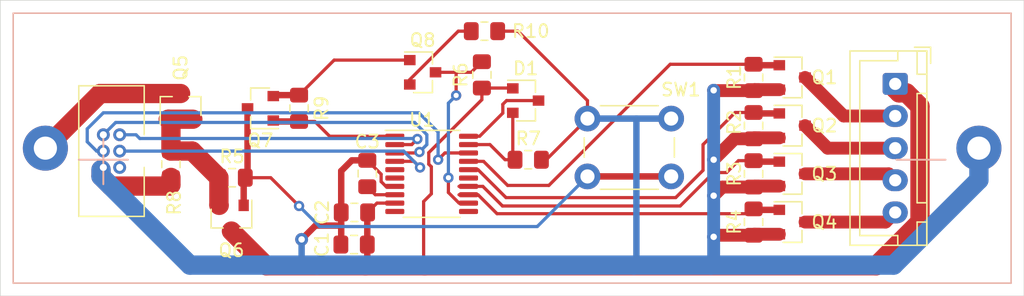
<source format=kicad_pcb>
(kicad_pcb (version 20171130) (host pcbnew "(5.1.10)-1")

  (general
    (thickness 1.6)
    (drawings 4)
    (tracks 215)
    (zones 0)
    (modules 27)
    (nets 25)
  )

  (page A4)
  (layers
    (0 F.Cu signal)
    (31 B.Cu signal)
    (32 B.Adhes user)
    (33 F.Adhes user)
    (34 B.Paste user)
    (35 F.Paste user)
    (36 B.SilkS user)
    (37 F.SilkS user)
    (38 B.Mask user)
    (39 F.Mask user)
    (40 Dwgs.User user)
    (41 Cmts.User user)
    (42 Eco1.User user)
    (43 Eco2.User user)
    (44 Edge.Cuts user)
    (45 Margin user)
    (46 B.CrtYd user)
    (47 F.CrtYd user)
    (48 B.Fab user hide)
    (49 F.Fab user hide)
  )

  (setup
    (last_trace_width 0.25)
    (user_trace_width 0.5)
    (user_trace_width 0.75)
    (user_trace_width 1)
    (user_trace_width 1.5)
    (trace_clearance 0.2)
    (zone_clearance 0.508)
    (zone_45_only no)
    (trace_min 0.2)
    (via_size 0.8)
    (via_drill 0.4)
    (via_min_size 0.4)
    (via_min_drill 0.3)
    (user_via 1 0.5)
    (uvia_size 0.3)
    (uvia_drill 0.1)
    (uvias_allowed no)
    (uvia_min_size 0.2)
    (uvia_min_drill 0.1)
    (edge_width 0.05)
    (segment_width 0.2)
    (pcb_text_width 0.3)
    (pcb_text_size 1.5 1.5)
    (mod_edge_width 0.12)
    (mod_text_size 1 1)
    (mod_text_width 0.15)
    (pad_size 1.524 1.524)
    (pad_drill 0.762)
    (pad_to_mask_clearance 0)
    (aux_axis_origin 0 0)
    (visible_elements 7FFFFFFF)
    (pcbplotparams
      (layerselection 0x010fc_ffffffff)
      (usegerberextensions false)
      (usegerberattributes true)
      (usegerberadvancedattributes true)
      (creategerberjobfile true)
      (excludeedgelayer true)
      (linewidth 0.100000)
      (plotframeref false)
      (viasonmask false)
      (mode 1)
      (useauxorigin false)
      (hpglpennumber 1)
      (hpglpenspeed 20)
      (hpglpendiameter 15.000000)
      (psnegative false)
      (psa4output false)
      (plotreference true)
      (plotvalue true)
      (plotinvisibletext false)
      (padsonsilk false)
      (subtractmaskfromsilk false)
      (outputformat 1)
      (mirror false)
      (drillshape 1)
      (scaleselection 1)
      (outputdirectory ""))
  )

  (net 0 "")
  (net 1 GND)
  (net 2 +BATT)
  (net 3 "Net-(C3-Pad1)")
  (net 4 /BTN)
  (net 5 /MCU_RX)
  (net 6 /MCU_TX)
  (net 7 /SWIM)
  (net 8 /NRST)
  (net 9 /CH1)
  (net 10 /CH2)
  (net 11 /CH3)
  (net 12 /CH4)
  (net 13 "Net-(BT1-Pad1)")
  (net 14 "Net-(J2-Pad5)")
  (net 15 "Net-(J2-Pad4)")
  (net 16 "Net-(J2-Pad3)")
  (net 17 "Net-(J2-Pad2)")
  (net 18 "Net-(Q5-Pad1)")
  (net 19 "Net-(Q6-Pad1)")
  (net 20 "Net-(Q7-Pad2)")
  (net 21 /PWR_EN)
  (net 22 "Net-(Q8-Pad2)")
  (net 23 /BAT_ADC_1)
  (net 24 /BAT_ADC_2)

  (net_class Default "This is the default net class."
    (clearance 0.2)
    (trace_width 0.25)
    (via_dia 0.8)
    (via_drill 0.4)
    (uvia_dia 0.3)
    (uvia_drill 0.1)
    (add_net +BATT)
    (add_net /BAT_ADC_1)
    (add_net /BAT_ADC_2)
    (add_net /BTN)
    (add_net /CH1)
    (add_net /CH2)
    (add_net /CH3)
    (add_net /CH4)
    (add_net /MCU_RX)
    (add_net /MCU_TX)
    (add_net /NRST)
    (add_net /PWR_EN)
    (add_net /SWIM)
    (add_net GND)
    (add_net "Net-(BT1-Pad1)")
    (add_net "Net-(C3-Pad1)")
    (add_net "Net-(J2-Pad2)")
    (add_net "Net-(J2-Pad3)")
    (add_net "Net-(J2-Pad4)")
    (add_net "Net-(J2-Pad5)")
    (add_net "Net-(Q5-Pad1)")
    (add_net "Net-(Q6-Pad1)")
    (add_net "Net-(Q7-Pad2)")
    (add_net "Net-(Q8-Pad2)")
  )

  (module Package_TO_SOT_SMD:SOT-23 (layer F.Cu) (tedit 5A02FF57) (tstamp 6153E5B0)
    (at 139.8 56.8)
    (descr "SOT-23, Standard")
    (tags SOT-23)
    (path /616CED71)
    (attr smd)
    (fp_text reference D1 (at 0 -2.5) (layer F.SilkS)
      (effects (font (size 1 1) (thickness 0.15)))
    )
    (fp_text value BAV99 (at 0 2.5) (layer F.Fab)
      (effects (font (size 1 1) (thickness 0.15)))
    )
    (fp_line (start 0.76 1.58) (end -0.7 1.58) (layer F.SilkS) (width 0.12))
    (fp_line (start 0.76 -1.58) (end -1.4 -1.58) (layer F.SilkS) (width 0.12))
    (fp_line (start -1.7 1.75) (end -1.7 -1.75) (layer F.CrtYd) (width 0.05))
    (fp_line (start 1.7 1.75) (end -1.7 1.75) (layer F.CrtYd) (width 0.05))
    (fp_line (start 1.7 -1.75) (end 1.7 1.75) (layer F.CrtYd) (width 0.05))
    (fp_line (start -1.7 -1.75) (end 1.7 -1.75) (layer F.CrtYd) (width 0.05))
    (fp_line (start 0.76 -1.58) (end 0.76 -0.65) (layer F.SilkS) (width 0.12))
    (fp_line (start 0.76 1.58) (end 0.76 0.65) (layer F.SilkS) (width 0.12))
    (fp_line (start -0.7 1.52) (end 0.7 1.52) (layer F.Fab) (width 0.1))
    (fp_line (start 0.7 -1.52) (end 0.7 1.52) (layer F.Fab) (width 0.1))
    (fp_line (start -0.7 -0.95) (end -0.15 -1.52) (layer F.Fab) (width 0.1))
    (fp_line (start -0.15 -1.52) (end 0.7 -1.52) (layer F.Fab) (width 0.1))
    (fp_line (start -0.7 -0.95) (end -0.7 1.5) (layer F.Fab) (width 0.1))
    (fp_text user %R (at 0 0 90) (layer F.Fab)
      (effects (font (size 0.5 0.5) (thickness 0.075)))
    )
    (pad 3 smd rect (at 1 0) (size 0.9 0.8) (layers F.Cu F.Paste F.Mask)
      (net 23 /BAT_ADC_1))
    (pad 2 smd rect (at -1 0.95) (size 0.9 0.8) (layers F.Cu F.Paste F.Mask)
      (net 24 /BAT_ADC_2))
    (pad 1 smd rect (at -1 -0.95) (size 0.9 0.8) (layers F.Cu F.Paste F.Mask)
      (net 2 +BATT))
    (model ${KISYS3DMOD}/Package_TO_SOT_SMD.3dshapes/SOT-23.wrl
      (at (xyz 0 0 0))
      (scale (xyz 1 1 1))
      (rotate (xyz 0 0 0))
    )
  )

  (module Package_SO:TSSOP-20_4.4x6.5mm_P0.65mm (layer F.Cu) (tedit 5E476F32) (tstamp 6153DD84)
    (at 132.5 62.5)
    (descr "TSSOP, 20 Pin (JEDEC MO-153 Var AC https://www.jedec.org/document_search?search_api_views_fulltext=MO-153), generated with kicad-footprint-generator ipc_gullwing_generator.py")
    (tags "TSSOP SO")
    (path /6150EF93)
    (attr smd)
    (fp_text reference U1 (at -0.75 -4.2) (layer F.SilkS)
      (effects (font (size 1 1) (thickness 0.15)))
    )
    (fp_text value STM8S103F3 (at 0 4.2) (layer F.Fab)
      (effects (font (size 1 1) (thickness 0.15)))
    )
    (fp_line (start 3.85 -3.5) (end -3.85 -3.5) (layer F.CrtYd) (width 0.05))
    (fp_line (start 3.85 3.5) (end 3.85 -3.5) (layer F.CrtYd) (width 0.05))
    (fp_line (start -3.85 3.5) (end 3.85 3.5) (layer F.CrtYd) (width 0.05))
    (fp_line (start -3.85 -3.5) (end -3.85 3.5) (layer F.CrtYd) (width 0.05))
    (fp_line (start -2.2 -2.25) (end -1.2 -3.25) (layer F.Fab) (width 0.1))
    (fp_line (start -2.2 3.25) (end -2.2 -2.25) (layer F.Fab) (width 0.1))
    (fp_line (start 2.2 3.25) (end -2.2 3.25) (layer F.Fab) (width 0.1))
    (fp_line (start 2.2 -3.25) (end 2.2 3.25) (layer F.Fab) (width 0.1))
    (fp_line (start -1.2 -3.25) (end 2.2 -3.25) (layer F.Fab) (width 0.1))
    (fp_line (start 0 -3.385) (end -3.6 -3.385) (layer F.SilkS) (width 0.12))
    (fp_line (start 0 -3.385) (end 2.2 -3.385) (layer F.SilkS) (width 0.12))
    (fp_line (start 0 3.385) (end -2.2 3.385) (layer F.SilkS) (width 0.12))
    (fp_line (start 0 3.385) (end 2.2 3.385) (layer F.SilkS) (width 0.12))
    (fp_text user %R (at 0 0) (layer F.Fab)
      (effects (font (size 1 1) (thickness 0.15)))
    )
    (pad 20 smd roundrect (at 2.8625 -2.925) (size 1.475 0.4) (layers F.Cu F.Paste F.Mask) (roundrect_rratio 0.25)
      (net 23 /BAT_ADC_1))
    (pad 19 smd roundrect (at 2.8625 -2.275) (size 1.475 0.4) (layers F.Cu F.Paste F.Mask) (roundrect_rratio 0.25)
      (net 24 /BAT_ADC_2))
    (pad 18 smd roundrect (at 2.8625 -1.625) (size 1.475 0.4) (layers F.Cu F.Paste F.Mask) (roundrect_rratio 0.25)
      (net 7 /SWIM))
    (pad 17 smd roundrect (at 2.8625 -0.975) (size 1.475 0.4) (layers F.Cu F.Paste F.Mask) (roundrect_rratio 0.25)
      (net 9 /CH1))
    (pad 16 smd roundrect (at 2.8625 -0.325) (size 1.475 0.4) (layers F.Cu F.Paste F.Mask) (roundrect_rratio 0.25)
      (net 10 /CH2))
    (pad 15 smd roundrect (at 2.8625 0.325) (size 1.475 0.4) (layers F.Cu F.Paste F.Mask) (roundrect_rratio 0.25))
    (pad 14 smd roundrect (at 2.8625 0.975) (size 1.475 0.4) (layers F.Cu F.Paste F.Mask) (roundrect_rratio 0.25)
      (net 11 /CH3))
    (pad 13 smd roundrect (at 2.8625 1.625) (size 1.475 0.4) (layers F.Cu F.Paste F.Mask) (roundrect_rratio 0.25)
      (net 12 /CH4))
    (pad 12 smd roundrect (at 2.8625 2.275) (size 1.475 0.4) (layers F.Cu F.Paste F.Mask) (roundrect_rratio 0.25)
      (net 4 /BTN))
    (pad 11 smd roundrect (at 2.8625 2.925) (size 1.475 0.4) (layers F.Cu F.Paste F.Mask) (roundrect_rratio 0.25))
    (pad 10 smd roundrect (at -2.8625 2.925) (size 1.475 0.4) (layers F.Cu F.Paste F.Mask) (roundrect_rratio 0.25))
    (pad 9 smd roundrect (at -2.8625 2.275) (size 1.475 0.4) (layers F.Cu F.Paste F.Mask) (roundrect_rratio 0.25)
      (net 2 +BATT))
    (pad 8 smd roundrect (at -2.8625 1.625) (size 1.475 0.4) (layers F.Cu F.Paste F.Mask) (roundrect_rratio 0.25)
      (net 3 "Net-(C3-Pad1)"))
    (pad 7 smd roundrect (at -2.8625 0.975) (size 1.475 0.4) (layers F.Cu F.Paste F.Mask) (roundrect_rratio 0.25)
      (net 1 GND))
    (pad 6 smd roundrect (at -2.8625 0.325) (size 1.475 0.4) (layers F.Cu F.Paste F.Mask) (roundrect_rratio 0.25))
    (pad 5 smd roundrect (at -2.8625 -0.325) (size 1.475 0.4) (layers F.Cu F.Paste F.Mask) (roundrect_rratio 0.25))
    (pad 4 smd roundrect (at -2.8625 -0.975) (size 1.475 0.4) (layers F.Cu F.Paste F.Mask) (roundrect_rratio 0.25)
      (net 8 /NRST))
    (pad 3 smd roundrect (at -2.8625 -1.625) (size 1.475 0.4) (layers F.Cu F.Paste F.Mask) (roundrect_rratio 0.25)
      (net 5 /MCU_RX))
    (pad 2 smd roundrect (at -2.8625 -2.275) (size 1.475 0.4) (layers F.Cu F.Paste F.Mask) (roundrect_rratio 0.25)
      (net 6 /MCU_TX))
    (pad 1 smd roundrect (at -2.8625 -2.925) (size 1.475 0.4) (layers F.Cu F.Paste F.Mask) (roundrect_rratio 0.25)
      (net 21 /PWR_EN))
    (model ${KISYS3DMOD}/Package_SO.3dshapes/TSSOP-20_4.4x6.5mm_P0.65mm.wrl
      (at (xyz 0 0 0))
      (scale (xyz 1 1 1))
      (rotate (xyz 0 0 0))
    )
  )

  (module Button_Switch_THT:SW_PUSH_6mm_H13mm (layer F.Cu) (tedit 5A02FE31) (tstamp 6153DD23)
    (at 144.6 58.2)
    (descr "tactile push button, 6x6mm e.g. PHAP33xx series, height=13mm")
    (tags "tact sw push 6mm")
    (path /61586327)
    (fp_text reference SW1 (at 7.25 -2.25 180) (layer F.SilkS)
      (effects (font (size 1 1) (thickness 0.15)))
    )
    (fp_text value SW_Push (at 3.75 6.7) (layer F.Fab)
      (effects (font (size 1 1) (thickness 0.15)))
    )
    (fp_circle (center 3.25 2.25) (end 1.25 2.5) (layer F.Fab) (width 0.1))
    (fp_line (start 6.75 3) (end 6.75 1.5) (layer F.SilkS) (width 0.12))
    (fp_line (start 5.5 -1) (end 1 -1) (layer F.SilkS) (width 0.12))
    (fp_line (start -0.25 1.5) (end -0.25 3) (layer F.SilkS) (width 0.12))
    (fp_line (start 1 5.5) (end 5.5 5.5) (layer F.SilkS) (width 0.12))
    (fp_line (start 8 -1.25) (end 8 5.75) (layer F.CrtYd) (width 0.05))
    (fp_line (start 7.75 6) (end -1.25 6) (layer F.CrtYd) (width 0.05))
    (fp_line (start -1.5 5.75) (end -1.5 -1.25) (layer F.CrtYd) (width 0.05))
    (fp_line (start -1.25 -1.5) (end 7.75 -1.5) (layer F.CrtYd) (width 0.05))
    (fp_line (start -1.5 6) (end -1.25 6) (layer F.CrtYd) (width 0.05))
    (fp_line (start -1.5 5.75) (end -1.5 6) (layer F.CrtYd) (width 0.05))
    (fp_line (start -1.5 -1.5) (end -1.25 -1.5) (layer F.CrtYd) (width 0.05))
    (fp_line (start -1.5 -1.25) (end -1.5 -1.5) (layer F.CrtYd) (width 0.05))
    (fp_line (start 8 -1.5) (end 8 -1.25) (layer F.CrtYd) (width 0.05))
    (fp_line (start 7.75 -1.5) (end 8 -1.5) (layer F.CrtYd) (width 0.05))
    (fp_line (start 8 6) (end 8 5.75) (layer F.CrtYd) (width 0.05))
    (fp_line (start 7.75 6) (end 8 6) (layer F.CrtYd) (width 0.05))
    (fp_line (start 0.25 -0.75) (end 3.25 -0.75) (layer F.Fab) (width 0.1))
    (fp_line (start 0.25 5.25) (end 0.25 -0.75) (layer F.Fab) (width 0.1))
    (fp_line (start 6.25 5.25) (end 0.25 5.25) (layer F.Fab) (width 0.1))
    (fp_line (start 6.25 -0.75) (end 6.25 5.25) (layer F.Fab) (width 0.1))
    (fp_line (start 3.25 -0.75) (end 6.25 -0.75) (layer F.Fab) (width 0.1))
    (fp_text user %R (at 3.25 2.25) (layer F.Fab)
      (effects (font (size 1 1) (thickness 0.15)))
    )
    (pad 1 thru_hole circle (at 6.5 0 90) (size 2 2) (drill 1.1) (layers *.Cu *.Mask)
      (net 1 GND))
    (pad 2 thru_hole circle (at 6.5 4.5 90) (size 2 2) (drill 1.1) (layers *.Cu *.Mask)
      (net 19 "Net-(Q6-Pad1)"))
    (pad 1 thru_hole circle (at 0 0 90) (size 2 2) (drill 1.1) (layers *.Cu *.Mask)
      (net 1 GND))
    (pad 2 thru_hole circle (at 0 4.5 90) (size 2 2) (drill 1.1) (layers *.Cu *.Mask)
      (net 19 "Net-(Q6-Pad1)"))
    (model ${KISYS3DMOD}/Button_Switch_THT.3dshapes/SW_PUSH_6mm_H13mm.wrl
      (at (xyz 0 0 0))
      (scale (xyz 1 1 1))
      (rotate (xyz 0 0 0))
    )
  )

  (module Resistor_SMD:R_0805_2012Metric_Pad1.15x1.40mm_HandSolder (layer F.Cu) (tedit 5B36C52B) (tstamp 61515858)
    (at 157.5 55 270)
    (descr "Resistor SMD 0805 (2012 Metric), square (rectangular) end terminal, IPC_7351 nominal with elongated pad for handsoldering. (Body size source: https://docs.google.com/spreadsheets/d/1BsfQQcO9C6DZCsRaXUlFlo91Tg2WpOkGARC1WS5S8t0/edit?usp=sharing), generated with kicad-footprint-generator")
    (tags "resistor handsolder")
    (path /61525353)
    (attr smd)
    (fp_text reference R1 (at 0 1.5 90) (layer F.SilkS)
      (effects (font (size 1 1) (thickness 0.15)))
    )
    (fp_text value 10k (at 0 1.65 90) (layer F.Fab)
      (effects (font (size 1 1) (thickness 0.15)))
    )
    (fp_line (start 1.85 0.95) (end -1.85 0.95) (layer F.CrtYd) (width 0.05))
    (fp_line (start 1.85 -0.95) (end 1.85 0.95) (layer F.CrtYd) (width 0.05))
    (fp_line (start -1.85 -0.95) (end 1.85 -0.95) (layer F.CrtYd) (width 0.05))
    (fp_line (start -1.85 0.95) (end -1.85 -0.95) (layer F.CrtYd) (width 0.05))
    (fp_line (start -0.261252 0.71) (end 0.261252 0.71) (layer F.SilkS) (width 0.12))
    (fp_line (start -0.261252 -0.71) (end 0.261252 -0.71) (layer F.SilkS) (width 0.12))
    (fp_line (start 1 0.6) (end -1 0.6) (layer F.Fab) (width 0.1))
    (fp_line (start 1 -0.6) (end 1 0.6) (layer F.Fab) (width 0.1))
    (fp_line (start -1 -0.6) (end 1 -0.6) (layer F.Fab) (width 0.1))
    (fp_line (start -1 0.6) (end -1 -0.6) (layer F.Fab) (width 0.1))
    (fp_text user %R (at 0 0 90) (layer F.Fab)
      (effects (font (size 0.5 0.5) (thickness 0.08)))
    )
    (pad 2 smd roundrect (at 1.025 0 270) (size 1.15 1.4) (layers F.Cu F.Paste F.Mask) (roundrect_rratio 0.217391)
      (net 1 GND))
    (pad 1 smd roundrect (at -1.025 0 270) (size 1.15 1.4) (layers F.Cu F.Paste F.Mask) (roundrect_rratio 0.217391)
      (net 9 /CH1))
    (model ${KISYS3DMOD}/Resistor_SMD.3dshapes/R_0805_2012Metric.wrl
      (at (xyz 0 0 0))
      (scale (xyz 1 1 1))
      (rotate (xyz 0 0 0))
    )
  )

  (module local:CB_18650_PC2 (layer B.Cu) (tedit 6150D58F) (tstamp 6153D2E5)
    (at 100 71)
    (path /615101E5)
    (fp_text reference BT1 (at 2 1) (layer B.Fab)
      (effects (font (size 1 1) (thickness 0.15)) (justify mirror))
    )
    (fp_text value Battery_Cell (at 6.5 -1.5) (layer B.Fab)
      (effects (font (size 1 1) (thickness 0.15)) (justify mirror))
    )
    (fp_line (start 0 -21) (end 0 0) (layer B.SilkS) (width 0.12))
    (fp_line (start 77.5 -21) (end 0 -21) (layer B.SilkS) (width 0.12))
    (fp_line (start 77.5 0) (end 77.5 -21) (layer B.SilkS) (width 0.12))
    (fp_line (start 0 0) (end 77.5 0) (layer B.SilkS) (width 0.12))
    (fp_line (start 0 -21) (end 0 0) (layer B.CrtYd) (width 0.12))
    (fp_line (start 77.5 -21) (end 0 -21) (layer B.CrtYd) (width 0.12))
    (fp_line (start 77.5 0) (end 77.5 -21) (layer B.CrtYd) (width 0.12))
    (fp_line (start 0 0) (end 77.5 0) (layer B.CrtYd) (width 0.12))
    (fp_text user - (at 70.5 -10) (layer B.SilkS)
      (effects (font (size 5 5) (thickness 0.15)) (justify mirror))
    )
    (fp_text user + (at 7 -10) (layer B.SilkS)
      (effects (font (size 5 5) (thickness 0.15)) (justify mirror))
    )
    (pad 2 thru_hole circle (at 75 -10.5) (size 3.5 3.5) (drill 1.8) (layers *.Cu *.Mask)
      (net 1 GND))
    (pad 1 thru_hole circle (at 2.5 -10.5) (size 3.5 3.5) (drill 1.8) (layers *.Cu *.Mask)
      (net 13 "Net-(BT1-Pad1)"))
    (model ${KIPRJMOD}/Libraries/3d_models/BK-18650-PC2.stp
      (offset (xyz 38.7 -10.5 0))
      (scale (xyz 1 1 1))
      (rotate (xyz -90 0 -180))
    )
  )

  (module Capacitor_SMD:C_0805_2012Metric_Pad1.15x1.40mm_HandSolder (layer F.Cu) (tedit 5B36C52B) (tstamp 6153DCE5)
    (at 126.475 68 180)
    (descr "Capacitor SMD 0805 (2012 Metric), square (rectangular) end terminal, IPC_7351 nominal with elongated pad for handsoldering. (Body size source: https://docs.google.com/spreadsheets/d/1BsfQQcO9C6DZCsRaXUlFlo91Tg2WpOkGARC1WS5S8t0/edit?usp=sharing), generated with kicad-footprint-generator")
    (tags "capacitor handsolder")
    (path /61516D8B)
    (attr smd)
    (fp_text reference C1 (at 2.5 0 90) (layer F.SilkS)
      (effects (font (size 1 1) (thickness 0.15)))
    )
    (fp_text value 10uF (at 0 1.65) (layer F.Fab)
      (effects (font (size 1 1) (thickness 0.15)))
    )
    (fp_line (start 1.85 0.95) (end -1.85 0.95) (layer F.CrtYd) (width 0.05))
    (fp_line (start 1.85 -0.95) (end 1.85 0.95) (layer F.CrtYd) (width 0.05))
    (fp_line (start -1.85 -0.95) (end 1.85 -0.95) (layer F.CrtYd) (width 0.05))
    (fp_line (start -1.85 0.95) (end -1.85 -0.95) (layer F.CrtYd) (width 0.05))
    (fp_line (start -0.261252 0.71) (end 0.261252 0.71) (layer F.SilkS) (width 0.12))
    (fp_line (start -0.261252 -0.71) (end 0.261252 -0.71) (layer F.SilkS) (width 0.12))
    (fp_line (start 1 0.6) (end -1 0.6) (layer F.Fab) (width 0.1))
    (fp_line (start 1 -0.6) (end 1 0.6) (layer F.Fab) (width 0.1))
    (fp_line (start -1 -0.6) (end 1 -0.6) (layer F.Fab) (width 0.1))
    (fp_line (start -1 0.6) (end -1 -0.6) (layer F.Fab) (width 0.1))
    (fp_text user %R (at 0 0) (layer F.Fab)
      (effects (font (size 0.5 0.5) (thickness 0.08)))
    )
    (pad 2 smd roundrect (at 1.025 0 180) (size 1.15 1.4) (layers F.Cu F.Paste F.Mask) (roundrect_rratio 0.217391)
      (net 1 GND))
    (pad 1 smd roundrect (at -1.025 0 180) (size 1.15 1.4) (layers F.Cu F.Paste F.Mask) (roundrect_rratio 0.217391)
      (net 2 +BATT))
    (model ${KISYS3DMOD}/Capacitor_SMD.3dshapes/C_0805_2012Metric.wrl
      (at (xyz 0 0 0))
      (scale (xyz 1 1 1))
      (rotate (xyz 0 0 0))
    )
  )

  (module Capacitor_SMD:C_0805_2012Metric_Pad1.15x1.40mm_HandSolder (layer F.Cu) (tedit 5B36C52B) (tstamp 6153DCB5)
    (at 126.5 65.5 180)
    (descr "Capacitor SMD 0805 (2012 Metric), square (rectangular) end terminal, IPC_7351 nominal with elongated pad for handsoldering. (Body size source: https://docs.google.com/spreadsheets/d/1BsfQQcO9C6DZCsRaXUlFlo91Tg2WpOkGARC1WS5S8t0/edit?usp=sharing), generated with kicad-footprint-generator")
    (tags "capacitor handsolder")
    (path /61516683)
    (attr smd)
    (fp_text reference C2 (at 2.5 0 90) (layer F.SilkS)
      (effects (font (size 1 1) (thickness 0.15)))
    )
    (fp_text value 0.1uF (at 0 1.65) (layer F.Fab)
      (effects (font (size 1 1) (thickness 0.15)))
    )
    (fp_line (start 1.85 0.95) (end -1.85 0.95) (layer F.CrtYd) (width 0.05))
    (fp_line (start 1.85 -0.95) (end 1.85 0.95) (layer F.CrtYd) (width 0.05))
    (fp_line (start -1.85 -0.95) (end 1.85 -0.95) (layer F.CrtYd) (width 0.05))
    (fp_line (start -1.85 0.95) (end -1.85 -0.95) (layer F.CrtYd) (width 0.05))
    (fp_line (start -0.261252 0.71) (end 0.261252 0.71) (layer F.SilkS) (width 0.12))
    (fp_line (start -0.261252 -0.71) (end 0.261252 -0.71) (layer F.SilkS) (width 0.12))
    (fp_line (start 1 0.6) (end -1 0.6) (layer F.Fab) (width 0.1))
    (fp_line (start 1 -0.6) (end 1 0.6) (layer F.Fab) (width 0.1))
    (fp_line (start -1 -0.6) (end 1 -0.6) (layer F.Fab) (width 0.1))
    (fp_line (start -1 0.6) (end -1 -0.6) (layer F.Fab) (width 0.1))
    (fp_text user %R (at 0 0) (layer F.Fab)
      (effects (font (size 0.5 0.5) (thickness 0.08)))
    )
    (pad 2 smd roundrect (at 1.025 0 180) (size 1.15 1.4) (layers F.Cu F.Paste F.Mask) (roundrect_rratio 0.217391)
      (net 1 GND))
    (pad 1 smd roundrect (at -1.025 0 180) (size 1.15 1.4) (layers F.Cu F.Paste F.Mask) (roundrect_rratio 0.217391)
      (net 2 +BATT))
    (model ${KISYS3DMOD}/Capacitor_SMD.3dshapes/C_0805_2012Metric.wrl
      (at (xyz 0 0 0))
      (scale (xyz 1 1 1))
      (rotate (xyz 0 0 0))
    )
  )

  (module local:IDC-1.27-6P (layer F.Cu) (tedit 6150DA85) (tstamp 6153B248)
    (at 107 62 90)
    (path /6150E94C)
    (fp_text reference J1 (at -1.905 -2.54 90) (layer F.Fab)
      (effects (font (size 1 1) (thickness 0.15)))
    )
    (fp_text value STM8_Prog_Conn (at 1.27 -1.27 90) (layer F.Fab)
      (effects (font (size 1 1) (thickness 0.15)))
    )
    (fp_line (start 6.35 3.175) (end 2.54 3.175) (layer F.SilkS) (width 0.12))
    (fp_line (start 6.35 -1.905) (end 6.35 3.175) (layer F.SilkS) (width 0.12))
    (fp_line (start 0 -1.905) (end 6.35 -1.905) (layer F.SilkS) (width 0.12))
    (fp_line (start -3.81 3.175) (end 0 3.175) (layer F.SilkS) (width 0.12))
    (fp_line (start -3.81 -1.905) (end -3.81 3.175) (layer F.SilkS) (width 0.12))
    (fp_line (start 0 -1.905) (end -3.81 -1.905) (layer F.SilkS) (width 0.12))
    (pad 6 thru_hole circle (at 2.54 0 90) (size 1 1) (drill 0.55) (layers *.Cu *.Mask)
      (net 5 /MCU_RX))
    (pad 5 thru_hole circle (at 2.54 1.27 90) (size 1 1) (drill 0.55) (layers *.Cu *.Mask)
      (net 6 /MCU_TX))
    (pad 4 thru_hole circle (at 1.27 0 90) (size 1 1) (drill 0.55) (layers *.Cu *.Mask)
      (net 7 /SWIM))
    (pad 3 thru_hole circle (at 1.27 1.27 90) (size 1 1) (drill 0.55) (layers *.Cu *.Mask)
      (net 8 /NRST))
    (pad 2 thru_hole circle (at 0 0 90) (size 1 1) (drill 0.55) (layers *.Cu *.Mask)
      (net 1 GND))
    (pad 1 thru_hole circle (at 0 1.27 90) (size 1 1) (drill 0.55) (layers *.Cu *.Mask))
    (model ${KIPRJMOD}/Libraries/3d_models/IDC-CON-1_27P-6P_TH.STEP
      (offset (xyz 1.27 -0.635 0))
      (scale (xyz 1 1 1))
      (rotate (xyz -90 0 0))
    )
  )

  (module Connector_JST:JST_XH_B5B-XH-A_1x05_P2.50mm_Vertical (layer F.Cu) (tedit 5C28146C) (tstamp 61515B17)
    (at 168.5 55.5 270)
    (descr "JST XH series connector, B5B-XH-A (http://www.jst-mfg.com/product/pdf/eng/eXH.pdf), generated with kicad-footprint-generator")
    (tags "connector JST XH vertical")
    (path /615972D9)
    (fp_text reference J2 (at 5 -3.55 90) (layer F.Fab)
      (effects (font (size 1 1) (thickness 0.15)))
    )
    (fp_text value LEDS (at 0 -3.75 90) (layer F.Fab)
      (effects (font (size 1 1) (thickness 0.15)))
    )
    (fp_line (start -2.85 -2.75) (end -2.85 -1.5) (layer F.SilkS) (width 0.12))
    (fp_line (start -1.6 -2.75) (end -2.85 -2.75) (layer F.SilkS) (width 0.12))
    (fp_line (start 11.8 2.75) (end 5 2.75) (layer F.SilkS) (width 0.12))
    (fp_line (start 11.8 -0.2) (end 11.8 2.75) (layer F.SilkS) (width 0.12))
    (fp_line (start 12.55 -0.2) (end 11.8 -0.2) (layer F.SilkS) (width 0.12))
    (fp_line (start -1.8 2.75) (end 5 2.75) (layer F.SilkS) (width 0.12))
    (fp_line (start -1.8 -0.2) (end -1.8 2.75) (layer F.SilkS) (width 0.12))
    (fp_line (start -2.55 -0.2) (end -1.8 -0.2) (layer F.SilkS) (width 0.12))
    (fp_line (start 12.55 -2.45) (end 10.75 -2.45) (layer F.SilkS) (width 0.12))
    (fp_line (start 12.55 -1.7) (end 12.55 -2.45) (layer F.SilkS) (width 0.12))
    (fp_line (start 10.75 -1.7) (end 12.55 -1.7) (layer F.SilkS) (width 0.12))
    (fp_line (start 10.75 -2.45) (end 10.75 -1.7) (layer F.SilkS) (width 0.12))
    (fp_line (start -0.75 -2.45) (end -2.55 -2.45) (layer F.SilkS) (width 0.12))
    (fp_line (start -0.75 -1.7) (end -0.75 -2.45) (layer F.SilkS) (width 0.12))
    (fp_line (start -2.55 -1.7) (end -0.75 -1.7) (layer F.SilkS) (width 0.12))
    (fp_line (start -2.55 -2.45) (end -2.55 -1.7) (layer F.SilkS) (width 0.12))
    (fp_line (start 9.25 -2.45) (end 0.75 -2.45) (layer F.SilkS) (width 0.12))
    (fp_line (start 9.25 -1.7) (end 9.25 -2.45) (layer F.SilkS) (width 0.12))
    (fp_line (start 0.75 -1.7) (end 9.25 -1.7) (layer F.SilkS) (width 0.12))
    (fp_line (start 0.75 -2.45) (end 0.75 -1.7) (layer F.SilkS) (width 0.12))
    (fp_line (start 0 -1.35) (end 0.625 -2.35) (layer F.Fab) (width 0.1))
    (fp_line (start -0.625 -2.35) (end 0 -1.35) (layer F.Fab) (width 0.1))
    (fp_line (start 12.95 -2.85) (end -2.95 -2.85) (layer F.CrtYd) (width 0.05))
    (fp_line (start 12.95 3.9) (end 12.95 -2.85) (layer F.CrtYd) (width 0.05))
    (fp_line (start -2.95 3.9) (end 12.95 3.9) (layer F.CrtYd) (width 0.05))
    (fp_line (start -2.95 -2.85) (end -2.95 3.9) (layer F.CrtYd) (width 0.05))
    (fp_line (start 12.56 -2.46) (end -2.56 -2.46) (layer F.SilkS) (width 0.12))
    (fp_line (start 12.56 3.51) (end 12.56 -2.46) (layer F.SilkS) (width 0.12))
    (fp_line (start -2.56 3.51) (end 12.56 3.51) (layer F.SilkS) (width 0.12))
    (fp_line (start -2.56 -2.46) (end -2.56 3.51) (layer F.SilkS) (width 0.12))
    (fp_line (start 12.45 -2.35) (end -2.45 -2.35) (layer F.Fab) (width 0.1))
    (fp_line (start 12.45 3.4) (end 12.45 -2.35) (layer F.Fab) (width 0.1))
    (fp_line (start -2.45 3.4) (end 12.45 3.4) (layer F.Fab) (width 0.1))
    (fp_line (start -2.45 -2.35) (end -2.45 3.4) (layer F.Fab) (width 0.1))
    (fp_text user %R (at 5 2.7 90) (layer F.Fab)
      (effects (font (size 1 1) (thickness 0.15)))
    )
    (pad 5 thru_hole oval (at 10 0 270) (size 1.7 1.95) (drill 0.95) (layers *.Cu *.Mask)
      (net 14 "Net-(J2-Pad5)"))
    (pad 4 thru_hole oval (at 7.5 0 270) (size 1.7 1.95) (drill 0.95) (layers *.Cu *.Mask)
      (net 15 "Net-(J2-Pad4)"))
    (pad 3 thru_hole oval (at 5 0 270) (size 1.7 1.95) (drill 0.95) (layers *.Cu *.Mask)
      (net 16 "Net-(J2-Pad3)"))
    (pad 2 thru_hole oval (at 2.5 0 270) (size 1.7 1.95) (drill 0.95) (layers *.Cu *.Mask)
      (net 17 "Net-(J2-Pad2)"))
    (pad 1 thru_hole roundrect (at 0 0 270) (size 1.7 1.95) (drill 0.95) (layers *.Cu *.Mask) (roundrect_rratio 0.147059)
      (net 2 +BATT))
    (model ${KISYS3DMOD}/Connector_JST.3dshapes/JST_XH_B5B-XH-A_1x05_P2.50mm_Vertical.wrl
      (at (xyz 0 0 0))
      (scale (xyz 1 1 1))
      (rotate (xyz 0 0 0))
    )
  )

  (module Capacitor_SMD:C_0805_2012Metric_Pad1.15x1.40mm_HandSolder (layer F.Cu) (tedit 5B36C52B) (tstamp 6153DC85)
    (at 127.5 62.475 90)
    (descr "Capacitor SMD 0805 (2012 Metric), square (rectangular) end terminal, IPC_7351 nominal with elongated pad for handsoldering. (Body size source: https://docs.google.com/spreadsheets/d/1BsfQQcO9C6DZCsRaXUlFlo91Tg2WpOkGARC1WS5S8t0/edit?usp=sharing), generated with kicad-footprint-generator")
    (tags "capacitor handsolder")
    (path /615149FE)
    (attr smd)
    (fp_text reference C3 (at 2.475 0 180) (layer F.SilkS)
      (effects (font (size 1 1) (thickness 0.15)))
    )
    (fp_text value 1uF (at 0 1.65 90) (layer F.Fab)
      (effects (font (size 1 1) (thickness 0.15)))
    )
    (fp_line (start 1.85 0.95) (end -1.85 0.95) (layer F.CrtYd) (width 0.05))
    (fp_line (start 1.85 -0.95) (end 1.85 0.95) (layer F.CrtYd) (width 0.05))
    (fp_line (start -1.85 -0.95) (end 1.85 -0.95) (layer F.CrtYd) (width 0.05))
    (fp_line (start -1.85 0.95) (end -1.85 -0.95) (layer F.CrtYd) (width 0.05))
    (fp_line (start -0.261252 0.71) (end 0.261252 0.71) (layer F.SilkS) (width 0.12))
    (fp_line (start -0.261252 -0.71) (end 0.261252 -0.71) (layer F.SilkS) (width 0.12))
    (fp_line (start 1 0.6) (end -1 0.6) (layer F.Fab) (width 0.1))
    (fp_line (start 1 -0.6) (end 1 0.6) (layer F.Fab) (width 0.1))
    (fp_line (start -1 -0.6) (end 1 -0.6) (layer F.Fab) (width 0.1))
    (fp_line (start -1 0.6) (end -1 -0.6) (layer F.Fab) (width 0.1))
    (fp_text user %R (at 0 0 90) (layer F.Fab)
      (effects (font (size 0.5 0.5) (thickness 0.08)))
    )
    (pad 2 smd roundrect (at 1.025 0 90) (size 1.15 1.4) (layers F.Cu F.Paste F.Mask) (roundrect_rratio 0.217391)
      (net 1 GND))
    (pad 1 smd roundrect (at -1.025 0 90) (size 1.15 1.4) (layers F.Cu F.Paste F.Mask) (roundrect_rratio 0.217391)
      (net 3 "Net-(C3-Pad1)"))
    (model ${KISYS3DMOD}/Capacitor_SMD.3dshapes/C_0805_2012Metric.wrl
      (at (xyz 0 0 0))
      (scale (xyz 1 1 1))
      (rotate (xyz 0 0 0))
    )
  )

  (module Resistor_SMD:R_0805_2012Metric_Pad1.15x1.40mm_HandSolder (layer F.Cu) (tedit 5B36C52B) (tstamp 61539562)
    (at 136.6 51.4)
    (descr "Resistor SMD 0805 (2012 Metric), square (rectangular) end terminal, IPC_7351 nominal with elongated pad for handsoldering. (Body size source: https://docs.google.com/spreadsheets/d/1BsfQQcO9C6DZCsRaXUlFlo91Tg2WpOkGARC1WS5S8t0/edit?usp=sharing), generated with kicad-footprint-generator")
    (tags "resistor handsolder")
    (path /615D8067)
    (attr smd)
    (fp_text reference R10 (at 3.6 0) (layer F.SilkS)
      (effects (font (size 1 1) (thickness 0.15)))
    )
    (fp_text value 100 (at 0 1.65) (layer F.Fab)
      (effects (font (size 1 1) (thickness 0.15)))
    )
    (fp_line (start 1.85 0.95) (end -1.85 0.95) (layer F.CrtYd) (width 0.05))
    (fp_line (start 1.85 -0.95) (end 1.85 0.95) (layer F.CrtYd) (width 0.05))
    (fp_line (start -1.85 -0.95) (end 1.85 -0.95) (layer F.CrtYd) (width 0.05))
    (fp_line (start -1.85 0.95) (end -1.85 -0.95) (layer F.CrtYd) (width 0.05))
    (fp_line (start -0.261252 0.71) (end 0.261252 0.71) (layer F.SilkS) (width 0.12))
    (fp_line (start -0.261252 -0.71) (end 0.261252 -0.71) (layer F.SilkS) (width 0.12))
    (fp_line (start 1 0.6) (end -1 0.6) (layer F.Fab) (width 0.1))
    (fp_line (start 1 -0.6) (end 1 0.6) (layer F.Fab) (width 0.1))
    (fp_line (start -1 -0.6) (end 1 -0.6) (layer F.Fab) (width 0.1))
    (fp_line (start -1 0.6) (end -1 -0.6) (layer F.Fab) (width 0.1))
    (fp_text user %R (at 0 0) (layer F.Fab)
      (effects (font (size 0.5 0.5) (thickness 0.08)))
    )
    (pad 2 smd roundrect (at 1.025 0) (size 1.15 1.4) (layers F.Cu F.Paste F.Mask) (roundrect_rratio 0.217391)
      (net 1 GND))
    (pad 1 smd roundrect (at -1.025 0) (size 1.15 1.4) (layers F.Cu F.Paste F.Mask) (roundrect_rratio 0.217391)
      (net 22 "Net-(Q8-Pad2)"))
    (model ${KISYS3DMOD}/Resistor_SMD.3dshapes/R_0805_2012Metric.wrl
      (at (xyz 0 0 0))
      (scale (xyz 1 1 1))
      (rotate (xyz 0 0 0))
    )
  )

  (module Resistor_SMD:R_0805_2012Metric_Pad1.15x1.40mm_HandSolder (layer F.Cu) (tedit 5B36C52B) (tstamp 61539551)
    (at 122.2 57.4 90)
    (descr "Resistor SMD 0805 (2012 Metric), square (rectangular) end terminal, IPC_7351 nominal with elongated pad for handsoldering. (Body size source: https://docs.google.com/spreadsheets/d/1BsfQQcO9C6DZCsRaXUlFlo91Tg2WpOkGARC1WS5S8t0/edit?usp=sharing), generated with kicad-footprint-generator")
    (tags "resistor handsolder")
    (path /615B2E78)
    (attr smd)
    (fp_text reference R9 (at 0 1.75 90) (layer F.SilkS)
      (effects (font (size 1 1) (thickness 0.15)))
    )
    (fp_text value 150k (at 0 1.65 90) (layer F.Fab)
      (effects (font (size 1 1) (thickness 0.15)))
    )
    (fp_line (start 1.85 0.95) (end -1.85 0.95) (layer F.CrtYd) (width 0.05))
    (fp_line (start 1.85 -0.95) (end 1.85 0.95) (layer F.CrtYd) (width 0.05))
    (fp_line (start -1.85 -0.95) (end 1.85 -0.95) (layer F.CrtYd) (width 0.05))
    (fp_line (start -1.85 0.95) (end -1.85 -0.95) (layer F.CrtYd) (width 0.05))
    (fp_line (start -0.261252 0.71) (end 0.261252 0.71) (layer F.SilkS) (width 0.12))
    (fp_line (start -0.261252 -0.71) (end 0.261252 -0.71) (layer F.SilkS) (width 0.12))
    (fp_line (start 1 0.6) (end -1 0.6) (layer F.Fab) (width 0.1))
    (fp_line (start 1 -0.6) (end 1 0.6) (layer F.Fab) (width 0.1))
    (fp_line (start -1 -0.6) (end 1 -0.6) (layer F.Fab) (width 0.1))
    (fp_line (start -1 0.6) (end -1 -0.6) (layer F.Fab) (width 0.1))
    (fp_text user %R (at 0 0 90) (layer F.Fab)
      (effects (font (size 0.5 0.5) (thickness 0.08)))
    )
    (pad 2 smd roundrect (at 1.025 0 90) (size 1.15 1.4) (layers F.Cu F.Paste F.Mask) (roundrect_rratio 0.217391)
      (net 20 "Net-(Q7-Pad2)"))
    (pad 1 smd roundrect (at -1.025 0 90) (size 1.15 1.4) (layers F.Cu F.Paste F.Mask) (roundrect_rratio 0.217391)
      (net 21 /PWR_EN))
    (model ${KISYS3DMOD}/Resistor_SMD.3dshapes/R_0805_2012Metric.wrl
      (at (xyz 0 0 0))
      (scale (xyz 1 1 1))
      (rotate (xyz 0 0 0))
    )
  )

  (module Resistor_SMD:R_0805_2012Metric_Pad1.15x1.40mm_HandSolder (layer F.Cu) (tedit 5B36C52B) (tstamp 6153D768)
    (at 112.25 61.75 270)
    (descr "Resistor SMD 0805 (2012 Metric), square (rectangular) end terminal, IPC_7351 nominal with elongated pad for handsoldering. (Body size source: https://docs.google.com/spreadsheets/d/1BsfQQcO9C6DZCsRaXUlFlo91Tg2WpOkGARC1WS5S8t0/edit?usp=sharing), generated with kicad-footprint-generator")
    (tags "resistor handsolder")
    (path /616C9A49)
    (attr smd)
    (fp_text reference R8 (at 3 -0.25 90) (layer F.SilkS)
      (effects (font (size 1 1) (thickness 0.15)))
    )
    (fp_text value 150k (at 0 1.65 90) (layer F.Fab)
      (effects (font (size 1 1) (thickness 0.15)))
    )
    (fp_line (start 1.85 0.95) (end -1.85 0.95) (layer F.CrtYd) (width 0.05))
    (fp_line (start 1.85 -0.95) (end 1.85 0.95) (layer F.CrtYd) (width 0.05))
    (fp_line (start -1.85 -0.95) (end 1.85 -0.95) (layer F.CrtYd) (width 0.05))
    (fp_line (start -1.85 0.95) (end -1.85 -0.95) (layer F.CrtYd) (width 0.05))
    (fp_line (start -0.261252 0.71) (end 0.261252 0.71) (layer F.SilkS) (width 0.12))
    (fp_line (start -0.261252 -0.71) (end 0.261252 -0.71) (layer F.SilkS) (width 0.12))
    (fp_line (start 1 0.6) (end -1 0.6) (layer F.Fab) (width 0.1))
    (fp_line (start 1 -0.6) (end 1 0.6) (layer F.Fab) (width 0.1))
    (fp_line (start -1 -0.6) (end 1 -0.6) (layer F.Fab) (width 0.1))
    (fp_line (start -1 0.6) (end -1 -0.6) (layer F.Fab) (width 0.1))
    (fp_text user %R (at 0 0 90) (layer F.Fab)
      (effects (font (size 0.5 0.5) (thickness 0.08)))
    )
    (pad 2 smd roundrect (at 1.025 0 270) (size 1.15 1.4) (layers F.Cu F.Paste F.Mask) (roundrect_rratio 0.217391)
      (net 1 GND))
    (pad 1 smd roundrect (at -1.025 0 270) (size 1.15 1.4) (layers F.Cu F.Paste F.Mask) (roundrect_rratio 0.217391)
      (net 18 "Net-(Q5-Pad1)"))
    (model ${KISYS3DMOD}/Resistor_SMD.3dshapes/R_0805_2012Metric.wrl
      (at (xyz 0 0 0))
      (scale (xyz 1 1 1))
      (rotate (xyz 0 0 0))
    )
  )

  (module Resistor_SMD:R_0805_2012Metric_Pad1.15x1.40mm_HandSolder (layer F.Cu) (tedit 5B36C52B) (tstamp 6153952F)
    (at 140 61.4)
    (descr "Resistor SMD 0805 (2012 Metric), square (rectangular) end terminal, IPC_7351 nominal with elongated pad for handsoldering. (Body size source: https://docs.google.com/spreadsheets/d/1BsfQQcO9C6DZCsRaXUlFlo91Tg2WpOkGARC1WS5S8t0/edit?usp=sharing), generated with kicad-footprint-generator")
    (tags "resistor handsolder")
    (path /616485EC)
    (attr smd)
    (fp_text reference R7 (at 0 -1.65) (layer F.SilkS)
      (effects (font (size 1 1) (thickness 0.15)))
    )
    (fp_text value 150k (at 0 1.65) (layer F.Fab)
      (effects (font (size 1 1) (thickness 0.15)))
    )
    (fp_line (start 1.85 0.95) (end -1.85 0.95) (layer F.CrtYd) (width 0.05))
    (fp_line (start 1.85 -0.95) (end 1.85 0.95) (layer F.CrtYd) (width 0.05))
    (fp_line (start -1.85 -0.95) (end 1.85 -0.95) (layer F.CrtYd) (width 0.05))
    (fp_line (start -1.85 0.95) (end -1.85 -0.95) (layer F.CrtYd) (width 0.05))
    (fp_line (start -0.261252 0.71) (end 0.261252 0.71) (layer F.SilkS) (width 0.12))
    (fp_line (start -0.261252 -0.71) (end 0.261252 -0.71) (layer F.SilkS) (width 0.12))
    (fp_line (start 1 0.6) (end -1 0.6) (layer F.Fab) (width 0.1))
    (fp_line (start 1 -0.6) (end 1 0.6) (layer F.Fab) (width 0.1))
    (fp_line (start -1 -0.6) (end 1 -0.6) (layer F.Fab) (width 0.1))
    (fp_line (start -1 0.6) (end -1 -0.6) (layer F.Fab) (width 0.1))
    (fp_text user %R (at 0 0) (layer F.Fab)
      (effects (font (size 0.5 0.5) (thickness 0.08)))
    )
    (pad 2 smd roundrect (at 1.025 0) (size 1.15 1.4) (layers F.Cu F.Paste F.Mask) (roundrect_rratio 0.217391)
      (net 1 GND))
    (pad 1 smd roundrect (at -1.025 0) (size 1.15 1.4) (layers F.Cu F.Paste F.Mask) (roundrect_rratio 0.217391)
      (net 24 /BAT_ADC_2))
    (model ${KISYS3DMOD}/Resistor_SMD.3dshapes/R_0805_2012Metric.wrl
      (at (xyz 0 0 0))
      (scale (xyz 1 1 1))
      (rotate (xyz 0 0 0))
    )
  )

  (module Resistor_SMD:R_0805_2012Metric_Pad1.15x1.40mm_HandSolder (layer F.Cu) (tedit 5B36C52B) (tstamp 6153951E)
    (at 136.4 54.8 90)
    (descr "Resistor SMD 0805 (2012 Metric), square (rectangular) end terminal, IPC_7351 nominal with elongated pad for handsoldering. (Body size source: https://docs.google.com/spreadsheets/d/1BsfQQcO9C6DZCsRaXUlFlo91Tg2WpOkGARC1WS5S8t0/edit?usp=sharing), generated with kicad-footprint-generator")
    (tags "resistor handsolder")
    (path /615EF9E7)
    (attr smd)
    (fp_text reference R6 (at 0 -1.65 90) (layer F.SilkS)
      (effects (font (size 1 1) (thickness 0.15)))
    )
    (fp_text value 15k (at 0 1.65 90) (layer F.Fab)
      (effects (font (size 1 1) (thickness 0.15)))
    )
    (fp_line (start 1.85 0.95) (end -1.85 0.95) (layer F.CrtYd) (width 0.05))
    (fp_line (start 1.85 -0.95) (end 1.85 0.95) (layer F.CrtYd) (width 0.05))
    (fp_line (start -1.85 -0.95) (end 1.85 -0.95) (layer F.CrtYd) (width 0.05))
    (fp_line (start -1.85 0.95) (end -1.85 -0.95) (layer F.CrtYd) (width 0.05))
    (fp_line (start -0.261252 0.71) (end 0.261252 0.71) (layer F.SilkS) (width 0.12))
    (fp_line (start -0.261252 -0.71) (end 0.261252 -0.71) (layer F.SilkS) (width 0.12))
    (fp_line (start 1 0.6) (end -1 0.6) (layer F.Fab) (width 0.1))
    (fp_line (start 1 -0.6) (end 1 0.6) (layer F.Fab) (width 0.1))
    (fp_line (start -1 -0.6) (end 1 -0.6) (layer F.Fab) (width 0.1))
    (fp_line (start -1 0.6) (end -1 -0.6) (layer F.Fab) (width 0.1))
    (fp_text user %R (at 0 0 90) (layer F.Fab)
      (effects (font (size 0.5 0.5) (thickness 0.08)))
    )
    (pad 2 smd roundrect (at 1.025 0 90) (size 1.15 1.4) (layers F.Cu F.Paste F.Mask) (roundrect_rratio 0.217391)
      (net 4 /BTN))
    (pad 1 smd roundrect (at -1.025 0 90) (size 1.15 1.4) (layers F.Cu F.Paste F.Mask) (roundrect_rratio 0.217391)
      (net 2 +BATT))
    (model ${KISYS3DMOD}/Resistor_SMD.3dshapes/R_0805_2012Metric.wrl
      (at (xyz 0 0 0))
      (scale (xyz 1 1 1))
      (rotate (xyz 0 0 0))
    )
  )

  (module Resistor_SMD:R_0805_2012Metric_Pad1.15x1.40mm_HandSolder (layer F.Cu) (tedit 5B36C52B) (tstamp 6153950D)
    (at 117 62.8)
    (descr "Resistor SMD 0805 (2012 Metric), square (rectangular) end terminal, IPC_7351 nominal with elongated pad for handsoldering. (Body size source: https://docs.google.com/spreadsheets/d/1BsfQQcO9C6DZCsRaXUlFlo91Tg2WpOkGARC1WS5S8t0/edit?usp=sharing), generated with kicad-footprint-generator")
    (tags "resistor handsolder")
    (path /6159A8D2)
    (attr smd)
    (fp_text reference R5 (at 0 -1.65) (layer F.SilkS)
      (effects (font (size 1 1) (thickness 0.15)))
    )
    (fp_text value 150k (at 0 1.65) (layer F.Fab)
      (effects (font (size 1 1) (thickness 0.15)))
    )
    (fp_line (start 1.85 0.95) (end -1.85 0.95) (layer F.CrtYd) (width 0.05))
    (fp_line (start 1.85 -0.95) (end 1.85 0.95) (layer F.CrtYd) (width 0.05))
    (fp_line (start -1.85 -0.95) (end 1.85 -0.95) (layer F.CrtYd) (width 0.05))
    (fp_line (start -1.85 0.95) (end -1.85 -0.95) (layer F.CrtYd) (width 0.05))
    (fp_line (start -0.261252 0.71) (end 0.261252 0.71) (layer F.SilkS) (width 0.12))
    (fp_line (start -0.261252 -0.71) (end 0.261252 -0.71) (layer F.SilkS) (width 0.12))
    (fp_line (start 1 0.6) (end -1 0.6) (layer F.Fab) (width 0.1))
    (fp_line (start 1 -0.6) (end 1 0.6) (layer F.Fab) (width 0.1))
    (fp_line (start -1 -0.6) (end 1 -0.6) (layer F.Fab) (width 0.1))
    (fp_line (start -1 0.6) (end -1 -0.6) (layer F.Fab) (width 0.1))
    (fp_text user %R (at 0 0) (layer F.Fab)
      (effects (font (size 0.5 0.5) (thickness 0.08)))
    )
    (pad 2 smd roundrect (at 1.025 0) (size 1.15 1.4) (layers F.Cu F.Paste F.Mask) (roundrect_rratio 0.217391)
      (net 19 "Net-(Q6-Pad1)"))
    (pad 1 smd roundrect (at -1.025 0) (size 1.15 1.4) (layers F.Cu F.Paste F.Mask) (roundrect_rratio 0.217391)
      (net 18 "Net-(Q5-Pad1)"))
    (model ${KISYS3DMOD}/Resistor_SMD.3dshapes/R_0805_2012Metric.wrl
      (at (xyz 0 0 0))
      (scale (xyz 1 1 1))
      (rotate (xyz 0 0 0))
    )
  )

  (module Resistor_SMD:R_0805_2012Metric_Pad1.15x1.40mm_HandSolder (layer F.Cu) (tedit 5B36C52B) (tstamp 615394FC)
    (at 157.5 66.25 270)
    (descr "Resistor SMD 0805 (2012 Metric), square (rectangular) end terminal, IPC_7351 nominal with elongated pad for handsoldering. (Body size source: https://docs.google.com/spreadsheets/d/1BsfQQcO9C6DZCsRaXUlFlo91Tg2WpOkGARC1WS5S8t0/edit?usp=sharing), generated with kicad-footprint-generator")
    (tags "resistor handsolder")
    (path /61552D33)
    (attr smd)
    (fp_text reference R4 (at 0 1.5 90) (layer F.SilkS)
      (effects (font (size 1 1) (thickness 0.15)))
    )
    (fp_text value 10k (at 0 1.65 90) (layer F.Fab)
      (effects (font (size 1 1) (thickness 0.15)))
    )
    (fp_line (start 1.85 0.95) (end -1.85 0.95) (layer F.CrtYd) (width 0.05))
    (fp_line (start 1.85 -0.95) (end 1.85 0.95) (layer F.CrtYd) (width 0.05))
    (fp_line (start -1.85 -0.95) (end 1.85 -0.95) (layer F.CrtYd) (width 0.05))
    (fp_line (start -1.85 0.95) (end -1.85 -0.95) (layer F.CrtYd) (width 0.05))
    (fp_line (start -0.261252 0.71) (end 0.261252 0.71) (layer F.SilkS) (width 0.12))
    (fp_line (start -0.261252 -0.71) (end 0.261252 -0.71) (layer F.SilkS) (width 0.12))
    (fp_line (start 1 0.6) (end -1 0.6) (layer F.Fab) (width 0.1))
    (fp_line (start 1 -0.6) (end 1 0.6) (layer F.Fab) (width 0.1))
    (fp_line (start -1 -0.6) (end 1 -0.6) (layer F.Fab) (width 0.1))
    (fp_line (start -1 0.6) (end -1 -0.6) (layer F.Fab) (width 0.1))
    (fp_text user %R (at 0 0 90) (layer F.Fab)
      (effects (font (size 0.5 0.5) (thickness 0.08)))
    )
    (pad 2 smd roundrect (at 1.025 0 270) (size 1.15 1.4) (layers F.Cu F.Paste F.Mask) (roundrect_rratio 0.217391)
      (net 1 GND))
    (pad 1 smd roundrect (at -1.025 0 270) (size 1.15 1.4) (layers F.Cu F.Paste F.Mask) (roundrect_rratio 0.217391)
      (net 12 /CH4))
    (model ${KISYS3DMOD}/Resistor_SMD.3dshapes/R_0805_2012Metric.wrl
      (at (xyz 0 0 0))
      (scale (xyz 1 1 1))
      (rotate (xyz 0 0 0))
    )
  )

  (module Resistor_SMD:R_0805_2012Metric_Pad1.15x1.40mm_HandSolder (layer F.Cu) (tedit 5B36C52B) (tstamp 615394EB)
    (at 157.5 62.5 270)
    (descr "Resistor SMD 0805 (2012 Metric), square (rectangular) end terminal, IPC_7351 nominal with elongated pad for handsoldering. (Body size source: https://docs.google.com/spreadsheets/d/1BsfQQcO9C6DZCsRaXUlFlo91Tg2WpOkGARC1WS5S8t0/edit?usp=sharing), generated with kicad-footprint-generator")
    (tags "resistor handsolder")
    (path /61552A39)
    (attr smd)
    (fp_text reference R3 (at 0 1.5 90) (layer F.SilkS)
      (effects (font (size 1 1) (thickness 0.15)))
    )
    (fp_text value 10k (at 0 1.65 90) (layer F.Fab)
      (effects (font (size 1 1) (thickness 0.15)))
    )
    (fp_line (start 1.85 0.95) (end -1.85 0.95) (layer F.CrtYd) (width 0.05))
    (fp_line (start 1.85 -0.95) (end 1.85 0.95) (layer F.CrtYd) (width 0.05))
    (fp_line (start -1.85 -0.95) (end 1.85 -0.95) (layer F.CrtYd) (width 0.05))
    (fp_line (start -1.85 0.95) (end -1.85 -0.95) (layer F.CrtYd) (width 0.05))
    (fp_line (start -0.261252 0.71) (end 0.261252 0.71) (layer F.SilkS) (width 0.12))
    (fp_line (start -0.261252 -0.71) (end 0.261252 -0.71) (layer F.SilkS) (width 0.12))
    (fp_line (start 1 0.6) (end -1 0.6) (layer F.Fab) (width 0.1))
    (fp_line (start 1 -0.6) (end 1 0.6) (layer F.Fab) (width 0.1))
    (fp_line (start -1 -0.6) (end 1 -0.6) (layer F.Fab) (width 0.1))
    (fp_line (start -1 0.6) (end -1 -0.6) (layer F.Fab) (width 0.1))
    (fp_text user %R (at 0 0 90) (layer F.Fab)
      (effects (font (size 0.5 0.5) (thickness 0.08)))
    )
    (pad 2 smd roundrect (at 1.025 0 270) (size 1.15 1.4) (layers F.Cu F.Paste F.Mask) (roundrect_rratio 0.217391)
      (net 1 GND))
    (pad 1 smd roundrect (at -1.025 0 270) (size 1.15 1.4) (layers F.Cu F.Paste F.Mask) (roundrect_rratio 0.217391)
      (net 11 /CH3))
    (model ${KISYS3DMOD}/Resistor_SMD.3dshapes/R_0805_2012Metric.wrl
      (at (xyz 0 0 0))
      (scale (xyz 1 1 1))
      (rotate (xyz 0 0 0))
    )
  )

  (module Resistor_SMD:R_0805_2012Metric_Pad1.15x1.40mm_HandSolder (layer F.Cu) (tedit 5B36C52B) (tstamp 615394DA)
    (at 157.5 58.75 270)
    (descr "Resistor SMD 0805 (2012 Metric), square (rectangular) end terminal, IPC_7351 nominal with elongated pad for handsoldering. (Body size source: https://docs.google.com/spreadsheets/d/1BsfQQcO9C6DZCsRaXUlFlo91Tg2WpOkGARC1WS5S8t0/edit?usp=sharing), generated with kicad-footprint-generator")
    (tags "resistor handsolder")
    (path /615525BC)
    (attr smd)
    (fp_text reference R2 (at -0.25 1.5 90) (layer F.SilkS)
      (effects (font (size 1 1) (thickness 0.15)))
    )
    (fp_text value 10k (at 0 1.65 90) (layer F.Fab)
      (effects (font (size 1 1) (thickness 0.15)))
    )
    (fp_line (start 1.85 0.95) (end -1.85 0.95) (layer F.CrtYd) (width 0.05))
    (fp_line (start 1.85 -0.95) (end 1.85 0.95) (layer F.CrtYd) (width 0.05))
    (fp_line (start -1.85 -0.95) (end 1.85 -0.95) (layer F.CrtYd) (width 0.05))
    (fp_line (start -1.85 0.95) (end -1.85 -0.95) (layer F.CrtYd) (width 0.05))
    (fp_line (start -0.261252 0.71) (end 0.261252 0.71) (layer F.SilkS) (width 0.12))
    (fp_line (start -0.261252 -0.71) (end 0.261252 -0.71) (layer F.SilkS) (width 0.12))
    (fp_line (start 1 0.6) (end -1 0.6) (layer F.Fab) (width 0.1))
    (fp_line (start 1 -0.6) (end 1 0.6) (layer F.Fab) (width 0.1))
    (fp_line (start -1 -0.6) (end 1 -0.6) (layer F.Fab) (width 0.1))
    (fp_line (start -1 0.6) (end -1 -0.6) (layer F.Fab) (width 0.1))
    (fp_text user %R (at 0 0 90) (layer F.Fab)
      (effects (font (size 0.5 0.5) (thickness 0.08)))
    )
    (pad 2 smd roundrect (at 1.025 0 270) (size 1.15 1.4) (layers F.Cu F.Paste F.Mask) (roundrect_rratio 0.217391)
      (net 1 GND))
    (pad 1 smd roundrect (at -1.025 0 270) (size 1.15 1.4) (layers F.Cu F.Paste F.Mask) (roundrect_rratio 0.217391)
      (net 10 /CH2))
    (model ${KISYS3DMOD}/Resistor_SMD.3dshapes/R_0805_2012Metric.wrl
      (at (xyz 0 0 0))
      (scale (xyz 1 1 1))
      (rotate (xyz 0 0 0))
    )
  )

  (module Package_TO_SOT_SMD:SOT-23 (layer F.Cu) (tedit 5A02FF57) (tstamp 615394B9)
    (at 131.8 54.6)
    (descr "SOT-23, Standard")
    (tags SOT-23)
    (path /61587B2C)
    (attr smd)
    (fp_text reference Q8 (at 0 -2.5) (layer F.SilkS)
      (effects (font (size 1 1) (thickness 0.15)))
    )
    (fp_text value MMBT3904 (at 0 2.5) (layer F.Fab)
      (effects (font (size 1 1) (thickness 0.15)))
    )
    (fp_line (start 0.76 1.58) (end -0.7 1.58) (layer F.SilkS) (width 0.12))
    (fp_line (start 0.76 -1.58) (end -1.4 -1.58) (layer F.SilkS) (width 0.12))
    (fp_line (start -1.7 1.75) (end -1.7 -1.75) (layer F.CrtYd) (width 0.05))
    (fp_line (start 1.7 1.75) (end -1.7 1.75) (layer F.CrtYd) (width 0.05))
    (fp_line (start 1.7 -1.75) (end 1.7 1.75) (layer F.CrtYd) (width 0.05))
    (fp_line (start -1.7 -1.75) (end 1.7 -1.75) (layer F.CrtYd) (width 0.05))
    (fp_line (start 0.76 -1.58) (end 0.76 -0.65) (layer F.SilkS) (width 0.12))
    (fp_line (start 0.76 1.58) (end 0.76 0.65) (layer F.SilkS) (width 0.12))
    (fp_line (start -0.7 1.52) (end 0.7 1.52) (layer F.Fab) (width 0.1))
    (fp_line (start 0.7 -1.52) (end 0.7 1.52) (layer F.Fab) (width 0.1))
    (fp_line (start -0.7 -0.95) (end -0.15 -1.52) (layer F.Fab) (width 0.1))
    (fp_line (start -0.15 -1.52) (end 0.7 -1.52) (layer F.Fab) (width 0.1))
    (fp_line (start -0.7 -0.95) (end -0.7 1.5) (layer F.Fab) (width 0.1))
    (fp_text user %R (at 0 0 90) (layer F.Fab)
      (effects (font (size 0.5 0.5) (thickness 0.075)))
    )
    (pad 3 smd rect (at 1 0) (size 0.9 0.8) (layers F.Cu F.Paste F.Mask)
      (net 4 /BTN))
    (pad 2 smd rect (at -1 0.95) (size 0.9 0.8) (layers F.Cu F.Paste F.Mask)
      (net 22 "Net-(Q8-Pad2)"))
    (pad 1 smd rect (at -1 -0.95) (size 0.9 0.8) (layers F.Cu F.Paste F.Mask)
      (net 20 "Net-(Q7-Pad2)"))
    (model ${KISYS3DMOD}/Package_TO_SOT_SMD.3dshapes/SOT-23.wrl
      (at (xyz 0 0 0))
      (scale (xyz 1 1 1))
      (rotate (xyz 0 0 0))
    )
  )

  (module Package_TO_SOT_SMD:SOT-23 (layer F.Cu) (tedit 5A02FF57) (tstamp 615394A4)
    (at 119.2 57.4 180)
    (descr "SOT-23, Standard")
    (tags SOT-23)
    (path /61589F0B)
    (attr smd)
    (fp_text reference Q7 (at 0 -2.5) (layer F.SilkS)
      (effects (font (size 1 1) (thickness 0.15)))
    )
    (fp_text value 2N7002 (at 0 2.5) (layer F.Fab)
      (effects (font (size 1 1) (thickness 0.15)))
    )
    (fp_line (start 0.76 1.58) (end -0.7 1.58) (layer F.SilkS) (width 0.12))
    (fp_line (start 0.76 -1.58) (end -1.4 -1.58) (layer F.SilkS) (width 0.12))
    (fp_line (start -1.7 1.75) (end -1.7 -1.75) (layer F.CrtYd) (width 0.05))
    (fp_line (start 1.7 1.75) (end -1.7 1.75) (layer F.CrtYd) (width 0.05))
    (fp_line (start 1.7 -1.75) (end 1.7 1.75) (layer F.CrtYd) (width 0.05))
    (fp_line (start -1.7 -1.75) (end 1.7 -1.75) (layer F.CrtYd) (width 0.05))
    (fp_line (start 0.76 -1.58) (end 0.76 -0.65) (layer F.SilkS) (width 0.12))
    (fp_line (start 0.76 1.58) (end 0.76 0.65) (layer F.SilkS) (width 0.12))
    (fp_line (start -0.7 1.52) (end 0.7 1.52) (layer F.Fab) (width 0.1))
    (fp_line (start 0.7 -1.52) (end 0.7 1.52) (layer F.Fab) (width 0.1))
    (fp_line (start -0.7 -0.95) (end -0.15 -1.52) (layer F.Fab) (width 0.1))
    (fp_line (start -0.15 -1.52) (end 0.7 -1.52) (layer F.Fab) (width 0.1))
    (fp_line (start -0.7 -0.95) (end -0.7 1.5) (layer F.Fab) (width 0.1))
    (fp_text user %R (at 0 0 90) (layer F.Fab)
      (effects (font (size 0.5 0.5) (thickness 0.075)))
    )
    (pad 3 smd rect (at 1 0 180) (size 0.9 0.8) (layers F.Cu F.Paste F.Mask)
      (net 19 "Net-(Q6-Pad1)"))
    (pad 2 smd rect (at -1 0.95 180) (size 0.9 0.8) (layers F.Cu F.Paste F.Mask)
      (net 20 "Net-(Q7-Pad2)"))
    (pad 1 smd rect (at -1 -0.95 180) (size 0.9 0.8) (layers F.Cu F.Paste F.Mask)
      (net 21 /PWR_EN))
    (model ${KISYS3DMOD}/Package_TO_SOT_SMD.3dshapes/SOT-23.wrl
      (at (xyz 0 0 0))
      (scale (xyz 1 1 1))
      (rotate (xyz 0 0 0))
    )
  )

  (module Package_TO_SOT_SMD:SOT-23 (layer F.Cu) (tedit 5A02FF57) (tstamp 6153D5ED)
    (at 116.95 65.95 270)
    (descr "SOT-23, Standard")
    (tags SOT-23)
    (path /6157C538)
    (attr smd)
    (fp_text reference Q6 (at 2.5 0 180) (layer F.SilkS)
      (effects (font (size 1 1) (thickness 0.15)))
    )
    (fp_text value IRLML6401 (at 0 2.5 90) (layer F.Fab)
      (effects (font (size 1 1) (thickness 0.15)))
    )
    (fp_line (start 0.76 1.58) (end -0.7 1.58) (layer F.SilkS) (width 0.12))
    (fp_line (start 0.76 -1.58) (end -1.4 -1.58) (layer F.SilkS) (width 0.12))
    (fp_line (start -1.7 1.75) (end -1.7 -1.75) (layer F.CrtYd) (width 0.05))
    (fp_line (start 1.7 1.75) (end -1.7 1.75) (layer F.CrtYd) (width 0.05))
    (fp_line (start 1.7 -1.75) (end 1.7 1.75) (layer F.CrtYd) (width 0.05))
    (fp_line (start -1.7 -1.75) (end 1.7 -1.75) (layer F.CrtYd) (width 0.05))
    (fp_line (start 0.76 -1.58) (end 0.76 -0.65) (layer F.SilkS) (width 0.12))
    (fp_line (start 0.76 1.58) (end 0.76 0.65) (layer F.SilkS) (width 0.12))
    (fp_line (start -0.7 1.52) (end 0.7 1.52) (layer F.Fab) (width 0.1))
    (fp_line (start 0.7 -1.52) (end 0.7 1.52) (layer F.Fab) (width 0.1))
    (fp_line (start -0.7 -0.95) (end -0.15 -1.52) (layer F.Fab) (width 0.1))
    (fp_line (start -0.15 -1.52) (end 0.7 -1.52) (layer F.Fab) (width 0.1))
    (fp_line (start -0.7 -0.95) (end -0.7 1.5) (layer F.Fab) (width 0.1))
    (fp_text user %R (at 0 0) (layer F.Fab)
      (effects (font (size 0.5 0.5) (thickness 0.075)))
    )
    (pad 3 smd rect (at 1 0 270) (size 0.9 0.8) (layers F.Cu F.Paste F.Mask)
      (net 2 +BATT))
    (pad 2 smd rect (at -1 0.95 270) (size 0.9 0.8) (layers F.Cu F.Paste F.Mask)
      (net 18 "Net-(Q5-Pad1)"))
    (pad 1 smd rect (at -1 -0.95 270) (size 0.9 0.8) (layers F.Cu F.Paste F.Mask)
      (net 19 "Net-(Q6-Pad1)"))
    (model ${KISYS3DMOD}/Package_TO_SOT_SMD.3dshapes/SOT-23.wrl
      (at (xyz 0 0 0))
      (scale (xyz 1 1 1))
      (rotate (xyz 0 0 0))
    )
  )

  (module Package_TO_SOT_SMD:SOT-23 (layer F.Cu) (tedit 5A02FF57) (tstamp 6153947A)
    (at 113 57.25 90)
    (descr "SOT-23, Standard")
    (tags SOT-23)
    (path /6169E434)
    (attr smd)
    (fp_text reference Q5 (at 3 0 90) (layer F.SilkS)
      (effects (font (size 1 1) (thickness 0.15)))
    )
    (fp_text value IRLML6401 (at 0 2.5 90) (layer F.Fab)
      (effects (font (size 1 1) (thickness 0.15)))
    )
    (fp_line (start 0.76 1.58) (end -0.7 1.58) (layer F.SilkS) (width 0.12))
    (fp_line (start 0.76 -1.58) (end -1.4 -1.58) (layer F.SilkS) (width 0.12))
    (fp_line (start -1.7 1.75) (end -1.7 -1.75) (layer F.CrtYd) (width 0.05))
    (fp_line (start 1.7 1.75) (end -1.7 1.75) (layer F.CrtYd) (width 0.05))
    (fp_line (start 1.7 -1.75) (end 1.7 1.75) (layer F.CrtYd) (width 0.05))
    (fp_line (start -1.7 -1.75) (end 1.7 -1.75) (layer F.CrtYd) (width 0.05))
    (fp_line (start 0.76 -1.58) (end 0.76 -0.65) (layer F.SilkS) (width 0.12))
    (fp_line (start 0.76 1.58) (end 0.76 0.65) (layer F.SilkS) (width 0.12))
    (fp_line (start -0.7 1.52) (end 0.7 1.52) (layer F.Fab) (width 0.1))
    (fp_line (start 0.7 -1.52) (end 0.7 1.52) (layer F.Fab) (width 0.1))
    (fp_line (start -0.7 -0.95) (end -0.15 -1.52) (layer F.Fab) (width 0.1))
    (fp_line (start -0.15 -1.52) (end 0.7 -1.52) (layer F.Fab) (width 0.1))
    (fp_line (start -0.7 -0.95) (end -0.7 1.5) (layer F.Fab) (width 0.1))
    (fp_text user %R (at 0 0) (layer F.Fab)
      (effects (font (size 0.5 0.5) (thickness 0.075)))
    )
    (pad 3 smd rect (at 1 0 90) (size 0.9 0.8) (layers F.Cu F.Paste F.Mask)
      (net 13 "Net-(BT1-Pad1)"))
    (pad 2 smd rect (at -1 0.95 90) (size 0.9 0.8) (layers F.Cu F.Paste F.Mask)
      (net 18 "Net-(Q5-Pad1)"))
    (pad 1 smd rect (at -1 -0.95 90) (size 0.9 0.8) (layers F.Cu F.Paste F.Mask)
      (net 18 "Net-(Q5-Pad1)"))
    (model ${KISYS3DMOD}/Package_TO_SOT_SMD.3dshapes/SOT-23.wrl
      (at (xyz 0 0 0))
      (scale (xyz 1 1 1))
      (rotate (xyz 0 0 0))
    )
  )

  (module Package_TO_SOT_SMD:SOT-23 (layer F.Cu) (tedit 5A02FF57) (tstamp 61539465)
    (at 160.5 66.25)
    (descr "SOT-23, Standard")
    (tags SOT-23)
    (path /61550675)
    (attr smd)
    (fp_text reference Q4 (at 2.5 0) (layer F.SilkS)
      (effects (font (size 1 1) (thickness 0.15)))
    )
    (fp_text value AO3400A (at 0 2.5) (layer F.Fab)
      (effects (font (size 1 1) (thickness 0.15)))
    )
    (fp_line (start 0.76 1.58) (end -0.7 1.58) (layer F.SilkS) (width 0.12))
    (fp_line (start 0.76 -1.58) (end -1.4 -1.58) (layer F.SilkS) (width 0.12))
    (fp_line (start -1.7 1.75) (end -1.7 -1.75) (layer F.CrtYd) (width 0.05))
    (fp_line (start 1.7 1.75) (end -1.7 1.75) (layer F.CrtYd) (width 0.05))
    (fp_line (start 1.7 -1.75) (end 1.7 1.75) (layer F.CrtYd) (width 0.05))
    (fp_line (start -1.7 -1.75) (end 1.7 -1.75) (layer F.CrtYd) (width 0.05))
    (fp_line (start 0.76 -1.58) (end 0.76 -0.65) (layer F.SilkS) (width 0.12))
    (fp_line (start 0.76 1.58) (end 0.76 0.65) (layer F.SilkS) (width 0.12))
    (fp_line (start -0.7 1.52) (end 0.7 1.52) (layer F.Fab) (width 0.1))
    (fp_line (start 0.7 -1.52) (end 0.7 1.52) (layer F.Fab) (width 0.1))
    (fp_line (start -0.7 -0.95) (end -0.15 -1.52) (layer F.Fab) (width 0.1))
    (fp_line (start -0.15 -1.52) (end 0.7 -1.52) (layer F.Fab) (width 0.1))
    (fp_line (start -0.7 -0.95) (end -0.7 1.5) (layer F.Fab) (width 0.1))
    (fp_text user %R (at 0 0 90) (layer F.Fab)
      (effects (font (size 0.5 0.5) (thickness 0.075)))
    )
    (pad 3 smd rect (at 1 0) (size 0.9 0.8) (layers F.Cu F.Paste F.Mask)
      (net 14 "Net-(J2-Pad5)"))
    (pad 2 smd rect (at -1 0.95) (size 0.9 0.8) (layers F.Cu F.Paste F.Mask)
      (net 1 GND))
    (pad 1 smd rect (at -1 -0.95) (size 0.9 0.8) (layers F.Cu F.Paste F.Mask)
      (net 12 /CH4))
    (model ${KISYS3DMOD}/Package_TO_SOT_SMD.3dshapes/SOT-23.wrl
      (at (xyz 0 0 0))
      (scale (xyz 1 1 1))
      (rotate (xyz 0 0 0))
    )
  )

  (module Package_TO_SOT_SMD:SOT-23 (layer F.Cu) (tedit 5A02FF57) (tstamp 61539450)
    (at 160.5 62.5)
    (descr "SOT-23, Standard")
    (tags SOT-23)
    (path /6154C431)
    (attr smd)
    (fp_text reference Q3 (at 2.5 0) (layer F.SilkS)
      (effects (font (size 1 1) (thickness 0.15)))
    )
    (fp_text value AO3400A (at 0 2.5) (layer F.Fab)
      (effects (font (size 1 1) (thickness 0.15)))
    )
    (fp_line (start 0.76 1.58) (end -0.7 1.58) (layer F.SilkS) (width 0.12))
    (fp_line (start 0.76 -1.58) (end -1.4 -1.58) (layer F.SilkS) (width 0.12))
    (fp_line (start -1.7 1.75) (end -1.7 -1.75) (layer F.CrtYd) (width 0.05))
    (fp_line (start 1.7 1.75) (end -1.7 1.75) (layer F.CrtYd) (width 0.05))
    (fp_line (start 1.7 -1.75) (end 1.7 1.75) (layer F.CrtYd) (width 0.05))
    (fp_line (start -1.7 -1.75) (end 1.7 -1.75) (layer F.CrtYd) (width 0.05))
    (fp_line (start 0.76 -1.58) (end 0.76 -0.65) (layer F.SilkS) (width 0.12))
    (fp_line (start 0.76 1.58) (end 0.76 0.65) (layer F.SilkS) (width 0.12))
    (fp_line (start -0.7 1.52) (end 0.7 1.52) (layer F.Fab) (width 0.1))
    (fp_line (start 0.7 -1.52) (end 0.7 1.52) (layer F.Fab) (width 0.1))
    (fp_line (start -0.7 -0.95) (end -0.15 -1.52) (layer F.Fab) (width 0.1))
    (fp_line (start -0.15 -1.52) (end 0.7 -1.52) (layer F.Fab) (width 0.1))
    (fp_line (start -0.7 -0.95) (end -0.7 1.5) (layer F.Fab) (width 0.1))
    (fp_text user %R (at 0 0 90) (layer F.Fab)
      (effects (font (size 0.5 0.5) (thickness 0.075)))
    )
    (pad 3 smd rect (at 1 0) (size 0.9 0.8) (layers F.Cu F.Paste F.Mask)
      (net 15 "Net-(J2-Pad4)"))
    (pad 2 smd rect (at -1 0.95) (size 0.9 0.8) (layers F.Cu F.Paste F.Mask)
      (net 1 GND))
    (pad 1 smd rect (at -1 -0.95) (size 0.9 0.8) (layers F.Cu F.Paste F.Mask)
      (net 11 /CH3))
    (model ${KISYS3DMOD}/Package_TO_SOT_SMD.3dshapes/SOT-23.wrl
      (at (xyz 0 0 0))
      (scale (xyz 1 1 1))
      (rotate (xyz 0 0 0))
    )
  )

  (module Package_TO_SOT_SMD:SOT-23 (layer F.Cu) (tedit 5A02FF57) (tstamp 6153943B)
    (at 160.5 58.75)
    (descr "SOT-23, Standard")
    (tags SOT-23)
    (path /6154A605)
    (attr smd)
    (fp_text reference Q2 (at 2.5 0) (layer F.SilkS)
      (effects (font (size 1 1) (thickness 0.15)))
    )
    (fp_text value AO3400A (at 0 2.5) (layer F.Fab)
      (effects (font (size 1 1) (thickness 0.15)))
    )
    (fp_line (start 0.76 1.58) (end -0.7 1.58) (layer F.SilkS) (width 0.12))
    (fp_line (start 0.76 -1.58) (end -1.4 -1.58) (layer F.SilkS) (width 0.12))
    (fp_line (start -1.7 1.75) (end -1.7 -1.75) (layer F.CrtYd) (width 0.05))
    (fp_line (start 1.7 1.75) (end -1.7 1.75) (layer F.CrtYd) (width 0.05))
    (fp_line (start 1.7 -1.75) (end 1.7 1.75) (layer F.CrtYd) (width 0.05))
    (fp_line (start -1.7 -1.75) (end 1.7 -1.75) (layer F.CrtYd) (width 0.05))
    (fp_line (start 0.76 -1.58) (end 0.76 -0.65) (layer F.SilkS) (width 0.12))
    (fp_line (start 0.76 1.58) (end 0.76 0.65) (layer F.SilkS) (width 0.12))
    (fp_line (start -0.7 1.52) (end 0.7 1.52) (layer F.Fab) (width 0.1))
    (fp_line (start 0.7 -1.52) (end 0.7 1.52) (layer F.Fab) (width 0.1))
    (fp_line (start -0.7 -0.95) (end -0.15 -1.52) (layer F.Fab) (width 0.1))
    (fp_line (start -0.15 -1.52) (end 0.7 -1.52) (layer F.Fab) (width 0.1))
    (fp_line (start -0.7 -0.95) (end -0.7 1.5) (layer F.Fab) (width 0.1))
    (fp_text user %R (at 0 0 90) (layer F.Fab)
      (effects (font (size 0.5 0.5) (thickness 0.075)))
    )
    (pad 3 smd rect (at 1 0) (size 0.9 0.8) (layers F.Cu F.Paste F.Mask)
      (net 16 "Net-(J2-Pad3)"))
    (pad 2 smd rect (at -1 0.95) (size 0.9 0.8) (layers F.Cu F.Paste F.Mask)
      (net 1 GND))
    (pad 1 smd rect (at -1 -0.95) (size 0.9 0.8) (layers F.Cu F.Paste F.Mask)
      (net 10 /CH2))
    (model ${KISYS3DMOD}/Package_TO_SOT_SMD.3dshapes/SOT-23.wrl
      (at (xyz 0 0 0))
      (scale (xyz 1 1 1))
      (rotate (xyz 0 0 0))
    )
  )

  (module Package_TO_SOT_SMD:SOT-23 (layer F.Cu) (tedit 5A02FF57) (tstamp 61539426)
    (at 160.5 55)
    (descr "SOT-23, Standard")
    (tags SOT-23)
    (path /6154709B)
    (attr smd)
    (fp_text reference Q1 (at 2.5 0) (layer F.SilkS)
      (effects (font (size 1 1) (thickness 0.15)))
    )
    (fp_text value AO3400A (at 0 2.5) (layer F.Fab)
      (effects (font (size 1 1) (thickness 0.15)))
    )
    (fp_line (start 0.76 1.58) (end -0.7 1.58) (layer F.SilkS) (width 0.12))
    (fp_line (start 0.76 -1.58) (end -1.4 -1.58) (layer F.SilkS) (width 0.12))
    (fp_line (start -1.7 1.75) (end -1.7 -1.75) (layer F.CrtYd) (width 0.05))
    (fp_line (start 1.7 1.75) (end -1.7 1.75) (layer F.CrtYd) (width 0.05))
    (fp_line (start 1.7 -1.75) (end 1.7 1.75) (layer F.CrtYd) (width 0.05))
    (fp_line (start -1.7 -1.75) (end 1.7 -1.75) (layer F.CrtYd) (width 0.05))
    (fp_line (start 0.76 -1.58) (end 0.76 -0.65) (layer F.SilkS) (width 0.12))
    (fp_line (start 0.76 1.58) (end 0.76 0.65) (layer F.SilkS) (width 0.12))
    (fp_line (start -0.7 1.52) (end 0.7 1.52) (layer F.Fab) (width 0.1))
    (fp_line (start 0.7 -1.52) (end 0.7 1.52) (layer F.Fab) (width 0.1))
    (fp_line (start -0.7 -0.95) (end -0.15 -1.52) (layer F.Fab) (width 0.1))
    (fp_line (start -0.15 -1.52) (end 0.7 -1.52) (layer F.Fab) (width 0.1))
    (fp_line (start -0.7 -0.95) (end -0.7 1.5) (layer F.Fab) (width 0.1))
    (fp_text user %R (at 0 0 90) (layer F.Fab)
      (effects (font (size 0.5 0.5) (thickness 0.075)))
    )
    (pad 3 smd rect (at 1 0) (size 0.9 0.8) (layers F.Cu F.Paste F.Mask)
      (net 17 "Net-(J2-Pad2)"))
    (pad 2 smd rect (at -1 0.95) (size 0.9 0.8) (layers F.Cu F.Paste F.Mask)
      (net 1 GND))
    (pad 1 smd rect (at -1 -0.95) (size 0.9 0.8) (layers F.Cu F.Paste F.Mask)
      (net 9 /CH1))
    (model ${KISYS3DMOD}/Package_TO_SOT_SMD.3dshapes/SOT-23.wrl
      (at (xyz 0 0 0))
      (scale (xyz 1 1 1))
      (rotate (xyz 0 0 0))
    )
  )

  (gr_line (start 178.5 49) (end 178.5 72) (layer Edge.Cuts) (width 0.05))
  (gr_line (start 99 72) (end 99 49) (layer Edge.Cuts) (width 0.05) (tstamp 61518E5B))
  (gr_line (start 178.5 72) (end 99 72) (layer Edge.Cuts) (width 0.05))
  (gr_line (start 99 49) (end 178.5 49) (layer Edge.Cuts) (width 0.05))

  (segment (start 125.475 66.525) (end 125.475 67.975) (width 0.5) (layer F.Cu) (net 1) (tstamp 6153DC46))
  (segment (start 128.57499 63.101048) (end 128.948942 63.475) (width 0.25) (layer F.Cu) (net 1) (tstamp 6153DC4C))
  (segment (start 128.948942 63.475) (end 129.6375 63.475) (width 0.25) (layer F.Cu) (net 1) (tstamp 6153DC58))
  (segment (start 127.5 61.45) (end 128.57499 62.52499) (width 0.25) (layer F.Cu) (net 1) (tstamp 6153DC5E))
  (segment (start 128.57499 62.52499) (end 128.57499 63.101048) (width 0.25) (layer F.Cu) (net 1) (tstamp 6153DC61))
  (segment (start 125.475 65.5) (end 125.475 66.525) (width 0.5) (layer F.Cu) (net 1) (tstamp 6153DC64))
  (segment (start 125.475 62.275) (end 126.3 61.45) (width 0.5) (layer F.Cu) (net 1) (tstamp 6153DC6A))
  (segment (start 126.3 61.45) (end 127.5 61.45) (width 0.5) (layer F.Cu) (net 1) (tstamp 6153DC6D))
  (segment (start 125.475 65.5) (end 125.475 62.275) (width 0.5) (layer F.Cu) (net 1) (tstamp 6153DC70))
  (segment (start 125.475 67.975) (end 125.45 68) (width 0.25) (layer F.Cu) (net 1) (tstamp 6153DC73))
  (segment (start 106.819999 62.696001) (end 106.819999 62.180001) (width 1.5) (layer F.Cu) (net 1))
  (segment (start 107.573999 63.450001) (end 106.819999 62.696001) (width 1.5) (layer F.Cu) (net 1))
  (segment (start 112.149999 63.450001) (end 107.573999 63.450001) (width 1.5) (layer F.Cu) (net 1))
  (segment (start 112.25 63.35) (end 112.149999 63.450001) (width 1.5) (layer F.Cu) (net 1))
  (segment (start 112.25 62.775) (end 112.25 63.35) (width 1.5) (layer F.Cu) (net 1))
  (segment (start 106.819999 62.696001) (end 106.819999 62.180001) (width 1.5) (layer B.Cu) (net 1))
  (segment (start 113.723998 69.6) (end 106.819999 62.696001) (width 1.5) (layer B.Cu) (net 1))
  (segment (start 175 62.974873) (end 168.374873 69.6) (width 1.5) (layer B.Cu) (net 1))
  (segment (start 175 60.5) (end 175 62.974873) (width 1.5) (layer B.Cu) (net 1))
  (segment (start 127.2 61.15) (end 127.5 61.45) (width 0.25) (layer F.Cu) (net 1))
  (segment (start 148.4 58.2) (end 148.4 69.4) (width 0.5) (layer B.Cu) (net 1))
  (segment (start 144.6 58.2) (end 148.4 58.2) (width 0.5) (layer B.Cu) (net 1))
  (segment (start 148.4 69.4) (end 148.2 69.6) (width 0.5) (layer B.Cu) (net 1))
  (segment (start 148.4 58.2) (end 151.1 58.2) (width 0.5) (layer B.Cu) (net 1))
  (segment (start 141.4 61.4) (end 144.6 58.2) (width 0.25) (layer F.Cu) (net 1))
  (segment (start 141.025 61.4) (end 141.4 61.4) (width 0.25) (layer F.Cu) (net 1))
  (segment (start 157.575 55.95) (end 157.5 56.025) (width 1) (layer F.Cu) (net 1))
  (segment (start 159.5 55.95) (end 157.575 55.95) (width 1) (layer F.Cu) (net 1))
  (segment (start 157.575 59.7) (end 157.5 59.775) (width 1) (layer F.Cu) (net 1))
  (segment (start 159.5 59.7) (end 157.575 59.7) (width 1) (layer F.Cu) (net 1))
  (segment (start 157.575 63.45) (end 157.5 63.525) (width 1) (layer F.Cu) (net 1))
  (segment (start 159.5 63.45) (end 157.575 63.45) (width 1) (layer F.Cu) (net 1))
  (segment (start 157.575 67.2) (end 157.5 67.275) (width 1) (layer F.Cu) (net 1))
  (segment (start 159.5 67.2) (end 157.575 67.2) (width 1) (layer F.Cu) (net 1))
  (via (at 154.4 56) (size 1) (drill 0.5) (layers F.Cu B.Cu) (net 1))
  (segment (start 154.425 56.025) (end 154.4 56) (width 1) (layer F.Cu) (net 1))
  (segment (start 157.5 56.025) (end 154.425 56.025) (width 1) (layer F.Cu) (net 1))
  (segment (start 154.4 69.4) (end 154.2 69.6) (width 1) (layer B.Cu) (net 1))
  (segment (start 154.2 69.6) (end 148.2 69.6) (width 1.5) (layer B.Cu) (net 1))
  (segment (start 168.374873 69.6) (end 154.2 69.6) (width 1.5) (layer B.Cu) (net 1))
  (segment (start 157.5 67.275) (end 154.525 67.275) (width 1) (layer F.Cu) (net 1))
  (via (at 154.4 67.4) (size 1) (drill 0.5) (layers F.Cu B.Cu) (net 1))
  (segment (start 154.4 67.4) (end 154.4 69.4) (width 1) (layer B.Cu) (net 1))
  (segment (start 154.525 67.275) (end 154.4 67.4) (width 1) (layer F.Cu) (net 1))
  (segment (start 123.6 69.6) (end 113.723998 69.6) (width 1.5) (layer B.Cu) (net 1))
  (segment (start 148.2 69.6) (end 123.6 69.6) (width 1.5) (layer B.Cu) (net 1))
  (segment (start 123.475 66.525) (end 122.4 67.6) (width 0.5) (layer F.Cu) (net 1))
  (segment (start 125.475 66.525) (end 123.475 66.525) (width 0.5) (layer F.Cu) (net 1))
  (via (at 122.4 67.6) (size 1) (drill 0.5) (layers F.Cu B.Cu) (net 1))
  (segment (start 122.4 69.6) (end 122.4 67.6) (width 0.5) (layer B.Cu) (net 1))
  (segment (start 123.6 69.6) (end 122.4 69.6) (width 0.5) (layer B.Cu) (net 1))
  (via (at 154.4 64.200014) (size 1) (drill 0.5) (layers F.Cu B.Cu) (net 1))
  (segment (start 154.4 67.4) (end 154.4 64.200014) (width 1) (layer B.Cu) (net 1))
  (segment (start 156.025 59.775) (end 154.4 61.4) (width 1) (layer F.Cu) (net 1))
  (segment (start 154.4 56) (end 154.4 61.4) (width 1) (layer B.Cu) (net 1))
  (segment (start 157.5 59.775) (end 156.025 59.775) (width 1) (layer F.Cu) (net 1))
  (segment (start 154.4 64.200014) (end 154.4 61.4) (width 1) (layer B.Cu) (net 1))
  (via (at 154.4 61.4) (size 1) (drill 0.5) (layers F.Cu B.Cu) (net 1))
  (segment (start 155.075014 63.525) (end 154.4 64.200014) (width 1) (layer F.Cu) (net 1))
  (segment (start 157.5 63.525) (end 155.075014 63.525) (width 1) (layer F.Cu) (net 1))
  (segment (start 129.6375 64.775) (end 128.25 64.775) (width 0.25) (layer F.Cu) (net 2) (tstamp 6153DC4F))
  (segment (start 128.25 64.775) (end 127.525 65.5) (width 0.25) (layer F.Cu) (net 2) (tstamp 6153DC52))
  (segment (start 127.5 68) (end 127.5 65.525) (width 0.5) (layer F.Cu) (net 2) (tstamp 6153DC55))
  (segment (start 127.5 65.525) (end 127.525 65.5) (width 0.25) (layer F.Cu) (net 2) (tstamp 6153DC5B))
  (segment (start 119.65001 69.65001) (end 116.95 66.95) (width 1.5) (layer F.Cu) (net 2))
  (segment (start 170.42501 57.254412) (end 170.42501 66.245588) (width 1.5) (layer F.Cu) (net 2))
  (segment (start 169.370588 56.19999) (end 170.42501 57.254412) (width 1.5) (layer F.Cu) (net 2))
  (segment (start 168.79999 56.19999) (end 169.370588 56.19999) (width 1.5) (layer F.Cu) (net 2))
  (segment (start 168.5 55.9) (end 168.79999 56.19999) (width 1.5) (layer F.Cu) (net 2))
  (segment (start 170.42501 66.245588) (end 167.020588 69.65001) (width 1.5) (layer F.Cu) (net 2))
  (segment (start 168.5 55.5) (end 168.5 55.9) (width 1.5) (layer F.Cu) (net 2))
  (segment (start 127.5 69.5) (end 127.34999 69.65001) (width 0.5) (layer F.Cu) (net 2))
  (segment (start 127.5 68) (end 127.5 69.5) (width 0.5) (layer F.Cu) (net 2))
  (segment (start 127.34999 69.65001) (end 119.65001 69.65001) (width 1.5) (layer F.Cu) (net 2))
  (segment (start 138.775 55.825) (end 138.8 55.85) (width 0.25) (layer F.Cu) (net 2))
  (segment (start 136.4 55.825) (end 138.775 55.825) (width 0.25) (layer F.Cu) (net 2))
  (segment (start 131.94999 69.65001) (end 127.34999 69.65001) (width 1.5) (layer F.Cu) (net 2))
  (segment (start 167.020588 69.65001) (end 131.94999 69.65001) (width 1.5) (layer F.Cu) (net 2))
  (segment (start 131.874999 69.575019) (end 131.94999 69.65001) (width 0.25) (layer F.Cu) (net 2))
  (segment (start 132.274999 61.748001) (end 132.474999 61.948001) (width 0.25) (layer F.Cu) (net 2))
  (segment (start 132.474999 61.948001) (end 132.474999 64.051999) (width 0.25) (layer F.Cu) (net 2))
  (segment (start 132.474999 64.051999) (end 131.874999 64.651999) (width 0.25) (layer F.Cu) (net 2))
  (segment (start 132.274999 60.851999) (end 132.274999 61.748001) (width 0.25) (layer F.Cu) (net 2))
  (segment (start 136.4 55.825) (end 136.4 56.726998) (width 0.25) (layer F.Cu) (net 2))
  (segment (start 131.874999 64.651999) (end 131.874999 69.575019) (width 0.25) (layer F.Cu) (net 2))
  (segment (start 136.4 56.726998) (end 132.274999 60.851999) (width 0.25) (layer F.Cu) (net 2))
  (segment (start 129.6375 64.125) (end 128.125 64.125) (width 0.25) (layer F.Cu) (net 3) (tstamp 6153DC43))
  (segment (start 128.125 64.125) (end 127.5 63.5) (width 0.25) (layer F.Cu) (net 3) (tstamp 6153DC49))
  (segment (start 135.575 54.6) (end 136.4 53.775) (width 0.25) (layer F.Cu) (net 4))
  (via (at 133.8 62.8) (size 0.8) (drill 0.4) (layers F.Cu B.Cu) (net 4))
  (segment (start 133.8 63.95) (end 133.8 62.8) (width 0.25) (layer F.Cu) (net 4))
  (segment (start 134.625 64.775) (end 133.8 63.95) (width 0.25) (layer F.Cu) (net 4))
  (segment (start 135.3625 64.775) (end 134.625 64.775) (width 0.25) (layer F.Cu) (net 4))
  (segment (start 133.8 62.8) (end 133.8 57) (width 0.25) (layer B.Cu) (net 4))
  (via (at 134.4 56.4) (size 0.8) (drill 0.4) (layers F.Cu B.Cu) (net 4))
  (segment (start 133.8 57) (end 134.4 56.4) (width 0.25) (layer B.Cu) (net 4))
  (segment (start 134.4 56.4) (end 134.4 54.6) (width 0.25) (layer F.Cu) (net 4))
  (segment (start 134.4 54.6) (end 135.575 54.6) (width 0.25) (layer F.Cu) (net 4))
  (segment (start 132.8 54.6) (end 134.4 54.6) (width 0.25) (layer F.Cu) (net 4))
  (via (at 131.55213 60.796313) (size 0.8) (drill 0.4) (layers F.Cu B.Cu) (net 5))
  (segment (start 129.6375 60.875) (end 131.473443 60.875) (width 0.25) (layer F.Cu) (net 5))
  (segment (start 131.473443 60.875) (end 131.55213 60.796313) (width 0.25) (layer F.Cu) (net 5))
  (segment (start 130.949681 60.225) (end 131.387336 59.787345) (width 0.25) (layer F.Cu) (net 6))
  (segment (start 129.6375 60.225) (end 130.949681 60.225) (width 0.25) (layer F.Cu) (net 6))
  (via (at 131.387336 59.787345) (size 0.8) (drill 0.4) (layers F.Cu B.Cu) (net 6))
  (segment (start 133.525 60.875) (end 133 61.4) (width 0.25) (layer F.Cu) (net 7))
  (segment (start 135.3625 60.875) (end 133.525 60.875) (width 0.25) (layer F.Cu) (net 7))
  (via (at 133 61.4) (size 0.8) (drill 0.4) (layers F.Cu B.Cu) (net 7))
  (segment (start 129.6375 61.525) (end 131.119204 61.525) (width 0.25) (layer F.Cu) (net 8))
  (segment (start 131.119204 61.525) (end 131.595779 62.001575) (width 0.25) (layer F.Cu) (net 8))
  (segment (start 108.27 60.73) (end 130.324204 60.73) (width 0.25) (layer B.Cu) (net 8))
  (segment (start 130.324204 60.73) (end 131.595779 62.001575) (width 0.25) (layer B.Cu) (net 8))
  (via (at 131.595779 62.001575) (size 0.8) (drill 0.4) (layers F.Cu B.Cu) (net 8))
  (segment (start 157.575 54.05) (end 157.5 53.975) (width 0.5) (layer F.Cu) (net 9))
  (segment (start 159.5 54.05) (end 157.575 54.05) (width 0.5) (layer F.Cu) (net 9))
  (segment (start 136.525 61.525) (end 135.3625 61.525) (width 0.25) (layer F.Cu) (net 9))
  (segment (start 141.6 63.4) (end 138.4 63.4) (width 0.25) (layer F.Cu) (net 9))
  (segment (start 151.025 53.975) (end 141.6 63.4) (width 0.25) (layer F.Cu) (net 9))
  (segment (start 138.4 63.4) (end 136.525 61.525) (width 0.25) (layer F.Cu) (net 9))
  (segment (start 157.5 53.975) (end 151.025 53.975) (width 0.25) (layer F.Cu) (net 9))
  (segment (start 157.575 57.8) (end 157.5 57.725) (width 0.5) (layer F.Cu) (net 10))
  (segment (start 159.5 57.8) (end 157.575 57.8) (width 0.5) (layer F.Cu) (net 10))
  (segment (start 136.1 62.175) (end 135.3625 62.175) (width 0.25) (layer F.Cu) (net 10))
  (segment (start 138.274989 64.349989) (end 136.1 62.175) (width 0.25) (layer F.Cu) (net 10))
  (segment (start 153.574998 60.225002) (end 153.574998 62.225002) (width 0.25) (layer F.Cu) (net 10))
  (segment (start 151.450011 64.349989) (end 138.274989 64.349989) (width 0.25) (layer F.Cu) (net 10))
  (segment (start 157.5 57.725) (end 156.075 57.725) (width 0.25) (layer F.Cu) (net 10))
  (segment (start 153.574998 62.225002) (end 151.450011 64.349989) (width 0.25) (layer F.Cu) (net 10))
  (segment (start 156.075 57.725) (end 153.574998 60.225002) (width 0.25) (layer F.Cu) (net 10))
  (segment (start 157.575 61.55) (end 157.5 61.475) (width 0.5) (layer F.Cu) (net 11))
  (segment (start 159.5 61.55) (end 157.575 61.55) (width 0.5) (layer F.Cu) (net 11))
  (segment (start 135.3625 63.475) (end 134.625 63.475) (width 0.25) (layer F.Cu) (net 11) (tstamp 6153DC34))
  (segment (start 136.475 63.475) (end 135.3625 63.475) (width 0.25) (layer F.Cu) (net 11))
  (segment (start 138 65) (end 136.475 63.475) (width 0.25) (layer F.Cu) (net 11))
  (segment (start 154.4 62.4) (end 151.8 65) (width 0.25) (layer F.Cu) (net 11))
  (segment (start 155.4 62.4) (end 154.4 62.4) (width 0.25) (layer F.Cu) (net 11))
  (segment (start 156.325 61.475) (end 155.4 62.4) (width 0.25) (layer F.Cu) (net 11))
  (segment (start 151.8 65) (end 138 65) (width 0.25) (layer F.Cu) (net 11))
  (segment (start 157.5 61.475) (end 156.325 61.475) (width 0.25) (layer F.Cu) (net 11))
  (segment (start 135.3625 64.125) (end 134.625 64.125) (width 0.25) (layer F.Cu) (net 12) (tstamp 6153DC37))
  (segment (start 157.575 65.3) (end 157.5 65.225) (width 0.5) (layer F.Cu) (net 12))
  (segment (start 159.5 65.3) (end 157.575 65.3) (width 0.5) (layer F.Cu) (net 12))
  (segment (start 136.1 64.125) (end 135.3625 64.125) (width 0.25) (layer F.Cu) (net 12))
  (segment (start 137.575 65.6) (end 136.1 64.125) (width 0.25) (layer F.Cu) (net 12))
  (segment (start 157.125 65.6) (end 137.575 65.6) (width 0.25) (layer F.Cu) (net 12))
  (segment (start 157.5 65.225) (end 157.125 65.6) (width 0.25) (layer F.Cu) (net 12))
  (segment (start 106.75 56.25) (end 113 56.25) (width 1.5) (layer F.Cu) (net 13))
  (segment (start 102.5 60.5) (end 106.75 56.25) (width 1.5) (layer F.Cu) (net 13))
  (segment (start 167.75 66.25) (end 168.5 65.5) (width 1) (layer F.Cu) (net 14))
  (segment (start 161.5 66.25) (end 167.75 66.25) (width 1) (layer F.Cu) (net 14))
  (segment (start 168 62.5) (end 168.5 63) (width 1) (layer F.Cu) (net 15))
  (segment (start 161.5 62.5) (end 168 62.5) (width 1) (layer F.Cu) (net 15))
  (segment (start 163.25 60.5) (end 168.5 60.5) (width 1) (layer F.Cu) (net 16))
  (segment (start 161.5 58.75) (end 163.25 60.5) (width 1) (layer F.Cu) (net 16))
  (segment (start 164.5 58) (end 168.5 58) (width 1) (layer F.Cu) (net 17))
  (segment (start 161.5 55) (end 164.5 58) (width 1) (layer F.Cu) (net 17))
  (segment (start 112.05 58.25) (end 113.95 58.25) (width 1.5) (layer F.Cu) (net 18))
  (segment (start 112.25 58.45) (end 112.05 58.25) (width 1.5) (layer F.Cu) (net 18))
  (segment (start 112.25 60.725) (end 112.25 58.45) (width 1.5) (layer F.Cu) (net 18))
  (segment (start 113.9 60.725) (end 115.975 62.8) (width 1.5) (layer F.Cu) (net 18))
  (segment (start 112.25 60.725) (end 113.9 60.725) (width 1.5) (layer F.Cu) (net 18))
  (segment (start 115.975 64.925) (end 116 64.95) (width 1.5) (layer F.Cu) (net 18))
  (segment (start 115.975 62.8) (end 115.975 64.925) (width 1.5) (layer F.Cu) (net 18))
  (via (at 122.2 65) (size 0.8) (drill 0.4) (layers F.Cu B.Cu) (net 19))
  (segment (start 120 62.8) (end 122.2 65) (width 0.25) (layer F.Cu) (net 19))
  (segment (start 118.025 62.8) (end 120 62.8) (width 0.25) (layer F.Cu) (net 19))
  (segment (start 140.7 66.6) (end 144.6 62.7) (width 0.25) (layer B.Cu) (net 19))
  (segment (start 123.8 66.6) (end 140.7 66.6) (width 0.25) (layer B.Cu) (net 19))
  (segment (start 122.2 65) (end 123.8 66.6) (width 0.25) (layer B.Cu) (net 19))
  (segment (start 151.1 62.7) (end 144.6 62.7) (width 0.5) (layer F.Cu) (net 19))
  (segment (start 118.2 62.625) (end 118.025 62.8) (width 0.5) (layer F.Cu) (net 19))
  (segment (start 118.2 57.4) (end 118.2 62.625) (width 0.5) (layer F.Cu) (net 19))
  (segment (start 117.9 62.925) (end 118.025 62.8) (width 0.5) (layer F.Cu) (net 19))
  (segment (start 117.9 64.95) (end 117.9 62.925) (width 0.5) (layer F.Cu) (net 19))
  (segment (start 124.925 53.65) (end 122.2 56.375) (width 0.25) (layer F.Cu) (net 20))
  (segment (start 130.8 53.65) (end 124.925 53.65) (width 0.25) (layer F.Cu) (net 20))
  (segment (start 120.275 56.375) (end 120.2 56.45) (width 0.5) (layer F.Cu) (net 20))
  (segment (start 122.2 56.375) (end 120.275 56.375) (width 0.5) (layer F.Cu) (net 20))
  (segment (start 120.275 58.425) (end 120.2 58.35) (width 0.5) (layer F.Cu) (net 21))
  (segment (start 122.2 58.425) (end 120.275 58.425) (width 0.5) (layer F.Cu) (net 21))
  (segment (start 144.6 56.8) (end 144.6 58.2) (width 0.25) (layer F.Cu) (net 1))
  (segment (start 139.2 51.4) (end 144.6 56.8) (width 0.25) (layer F.Cu) (net 1))
  (segment (start 137.625 51.4) (end 139.2 51.4) (width 0.25) (layer F.Cu) (net 1))
  (segment (start 132.125001 60.223442) (end 131.55213 60.796313) (width 0.25) (layer B.Cu) (net 5))
  (segment (start 132.125001 59.451999) (end 132.125001 60.223442) (width 0.25) (layer B.Cu) (net 5))
  (segment (start 131.173002 58.5) (end 132.125001 59.451999) (width 0.25) (layer B.Cu) (net 5))
  (segment (start 107.96 58.5) (end 131.173002 58.5) (width 0.25) (layer B.Cu) (net 5))
  (segment (start 107 59.46) (end 107.96 58.5) (width 0.25) (layer B.Cu) (net 5))
  (segment (start 109.83 59.75) (end 131.349991 59.75) (width 0.25) (layer B.Cu) (net 6))
  (segment (start 109.54 59.46) (end 109.83 59.75) (width 0.25) (layer B.Cu) (net 6))
  (segment (start 131.349991 59.75) (end 131.387336 59.787345) (width 0.25) (layer B.Cu) (net 6))
  (segment (start 108.27 59.46) (end 109.54 59.46) (width 0.25) (layer B.Cu) (net 6))
  (segment (start 133 59.25) (end 133 61.4) (width 0.25) (layer B.Cu) (net 7))
  (segment (start 131.5 57.75) (end 133 59.25) (width 0.25) (layer B.Cu) (net 7))
  (segment (start 107 57.75) (end 131.5 57.75) (width 0.25) (layer B.Cu) (net 7))
  (segment (start 105.75 59) (end 107 57.75) (width 0.25) (layer B.Cu) (net 7))
  (segment (start 105.75 60) (end 105.75 59) (width 0.25) (layer B.Cu) (net 7))
  (segment (start 106.48 60.73) (end 105.75 60) (width 0.25) (layer B.Cu) (net 7))
  (segment (start 107 60.73) (end 106.48 60.73) (width 0.25) (layer B.Cu) (net 7))
  (segment (start 122.2 58.425) (end 123.425 58.425) (width 0.25) (layer F.Cu) (net 21))
  (segment (start 124.575 59.575) (end 129.6375 59.575) (width 0.25) (layer F.Cu) (net 21))
  (segment (start 123.425 58.425) (end 124.575 59.575) (width 0.25) (layer F.Cu) (net 21))
  (segment (start 134.564998 51.4) (end 135.575 51.4) (width 0.25) (layer F.Cu) (net 22))
  (segment (start 130.8 55.164998) (end 134.564998 51.4) (width 0.25) (layer F.Cu) (net 22))
  (segment (start 130.8 55.55) (end 130.8 55.164998) (width 0.25) (layer F.Cu) (net 22))
  (segment (start 136.225 59.575) (end 135.3625 59.575) (width 0.25) (layer F.Cu) (net 23))
  (segment (start 138.024999 57.775001) (end 136.225 59.575) (width 0.25) (layer F.Cu) (net 23))
  (segment (start 138.024999 57.089999) (end 138.024999 57.775001) (width 0.25) (layer F.Cu) (net 23))
  (segment (start 138.314998 56.8) (end 138.024999 57.089999) (width 0.25) (layer F.Cu) (net 23))
  (segment (start 140.8 56.8) (end 138.314998 56.8) (width 0.25) (layer F.Cu) (net 23))
  (segment (start 138.8 61.225) (end 138.975 61.4) (width 0.25) (layer F.Cu) (net 24))
  (segment (start 138.8 57.75) (end 138.8 61.225) (width 0.25) (layer F.Cu) (net 24))
  (segment (start 137.025 60.225) (end 135.3625 60.225) (width 0.25) (layer F.Cu) (net 24))
  (segment (start 138.2 61.4) (end 137.025 60.225) (width 0.25) (layer F.Cu) (net 24))
  (segment (start 138.975 61.4) (end 138.2 61.4) (width 0.25) (layer F.Cu) (net 24))

)

</source>
